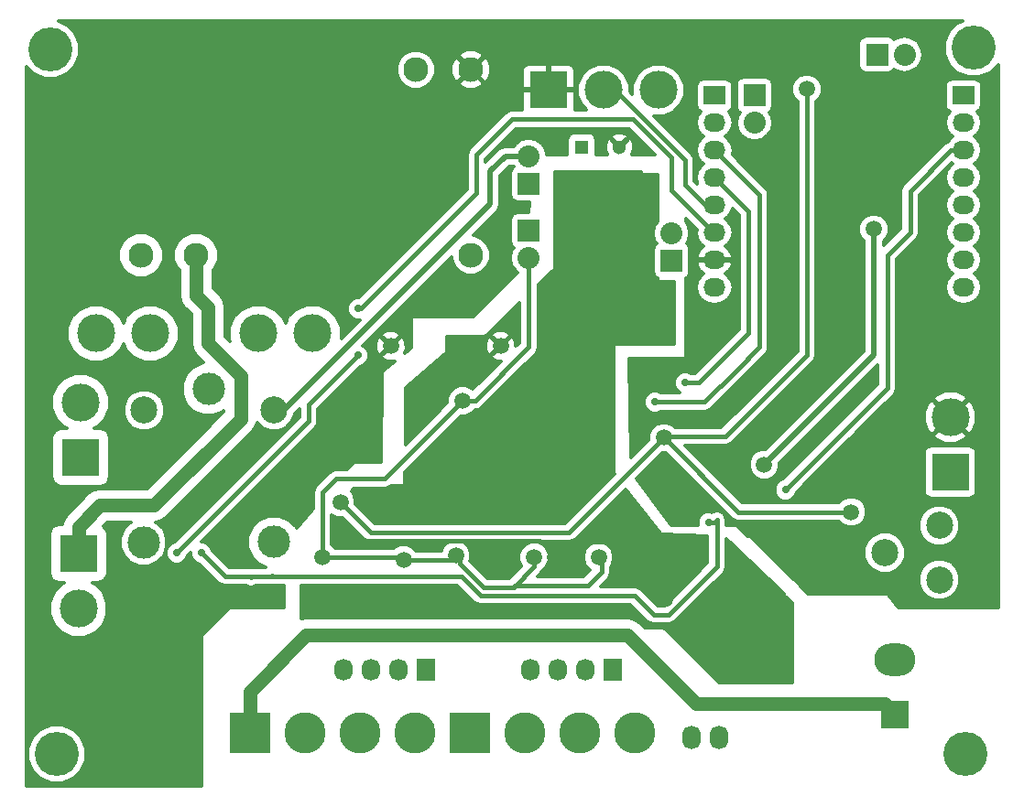
<source format=gbr>
%TF.GenerationSoftware,KiCad,Pcbnew,4.0.2+dfsg1-stable*%
%TF.CreationDate,2019-03-06T22:27:55+01:00*%
%TF.ProjectId,v2,76322E6B696361645F70636200000000,rev?*%
%TF.FileFunction,Copper,L2,Bot,Signal*%
%FSLAX46Y46*%
G04 Gerber Fmt 4.6, Leading zero omitted, Abs format (unit mm)*
G04 Created by KiCad (PCBNEW 4.0.2+dfsg1-stable) date śro, 6 mar 2019, 22:27:55*
%MOMM*%
G01*
G04 APERTURE LIST*
%ADD10C,0.100000*%
%ADD11R,3.500000X3.500000*%
%ADD12C,3.500000*%
%ADD13O,2.032000X1.727200*%
%ADD14R,2.032000X1.727200*%
%ADD15C,2.300000*%
%ADD16O,1.700000X2.200000*%
%ADD17O,1.720000X2.200000*%
%ADD18C,1.500000*%
%ADD19R,2.032000X2.032000*%
%ADD20O,2.032000X2.032000*%
%ADD21R,2.540000X2.540000*%
%ADD22O,3.800000X3.000000*%
%ADD23C,3.810000*%
%ADD24R,3.810000X3.810000*%
%ADD25C,2.500000*%
%ADD26C,3.000000*%
%ADD27C,2.499360*%
%ADD28R,1.727200X2.032000*%
%ADD29O,1.727200X2.032000*%
%ADD30C,4.064000*%
%ADD31C,1.300000*%
%ADD32R,1.300000X1.300000*%
%ADD33C,0.700000*%
%ADD34C,0.406400*%
%ADD35C,0.381000*%
%ADD36C,0.508000*%
%ADD37C,1.270000*%
%ADD38C,1.300000*%
%ADD39C,0.350000*%
G04 APERTURE END LIST*
D10*
D11*
X48450500Y-6540500D03*
D12*
X53530500Y-6540500D03*
X58610500Y-6540500D03*
D13*
X63811000Y-24844500D03*
X63811000Y-22304500D03*
X63811000Y-19764500D03*
X63811000Y-17224500D03*
X63811000Y-14684500D03*
X63811000Y-12144500D03*
X63811000Y-9604500D03*
D14*
X63811000Y-7064500D03*
X86811000Y-7064500D03*
D13*
X86811000Y-9604500D03*
X86811000Y-12144500D03*
X86811000Y-14684500D03*
X86811000Y-17224500D03*
X86811000Y-19764500D03*
X86811000Y-22304500D03*
X86811000Y-24844500D03*
D15*
X41275000Y-21844000D03*
X10795000Y-21844000D03*
X15875000Y-21844000D03*
X41275000Y-4664000D03*
X36195000Y-4664000D03*
D16*
X64250000Y-66500000D03*
D17*
X61710000Y-66500000D03*
D11*
X5200000Y-40540000D03*
D12*
X5200000Y-35460000D03*
D11*
X5000000Y-49460000D03*
D12*
X5000000Y-54540000D03*
X21638260Y-29083000D03*
X26636980Y-29083000D03*
X11635740Y-29083000D03*
X6637020Y-29083000D03*
D18*
X33860740Y-30226000D03*
X44020740Y-30226000D03*
D19*
X67500500Y-7048500D03*
D20*
X67500500Y-9588500D03*
D21*
X80500000Y-64340000D03*
D22*
X80500000Y-59260000D03*
D23*
X46228000Y-66040000D03*
X51308000Y-66040000D03*
D24*
X41148000Y-66040000D03*
D23*
X56388000Y-66040000D03*
D11*
X85598000Y-41910000D03*
D12*
X85598000Y-36830000D03*
D19*
X78820000Y-3270000D03*
D20*
X81360000Y-3270000D03*
D25*
X23068000Y-36176500D03*
D26*
X23068000Y-48376500D03*
X11018000Y-48426500D03*
D25*
X11068000Y-36176500D03*
D26*
X17018000Y-34226500D03*
D27*
X79542640Y-49362360D03*
X84582000Y-51861720D03*
X84582000Y-46863000D03*
D19*
X46620000Y-15220000D03*
D20*
X46620000Y-12680000D03*
D19*
X59817000Y-22352000D03*
D20*
X59817000Y-19812000D03*
D19*
X46620000Y-19570000D03*
D20*
X46620000Y-22110000D03*
D23*
X25908000Y-66040000D03*
X30988000Y-66040000D03*
D24*
X20828000Y-66040000D03*
D23*
X36068000Y-66040000D03*
D28*
X54356000Y-60198000D03*
D29*
X51816000Y-60198000D03*
X49276000Y-60198000D03*
X46736000Y-60198000D03*
D28*
X37084000Y-60198000D03*
D29*
X34544000Y-60198000D03*
X32004000Y-60198000D03*
X29464000Y-60198000D03*
D30*
X87000000Y-68000000D03*
X3000000Y-68000000D03*
X2413000Y-2794000D03*
X87757000Y-2667000D03*
D31*
X55020000Y-11820000D03*
D32*
X51520000Y-11820000D03*
D18*
X59304000Y-44320000D03*
X79920000Y-45495000D03*
X74420000Y-25270000D03*
X72820000Y-33970000D03*
X78520000Y-19420000D03*
X68389500Y-41211500D03*
X60706000Y-56388000D03*
X36830000Y-41910000D03*
X59182000Y-53721000D03*
X49050000Y-49800000D03*
X42545000Y-49911000D03*
X29718000Y-47498000D03*
X72326500Y-6477000D03*
X29210000Y-44704000D03*
X59118500Y-38735000D03*
X76431500Y-45600000D03*
X40513000Y-35306000D03*
X53086000Y-49784000D03*
X39878000Y-49657000D03*
X47117000Y-49784000D03*
X27559000Y-49784000D03*
X35052000Y-50038000D03*
D33*
X14092000Y-49400000D03*
X30856000Y-31112000D03*
X30856000Y-26794000D03*
X16378000Y-49400000D03*
X63246000Y-46609000D03*
X70358000Y-43561000D03*
X58288000Y-35430000D03*
X61082000Y-33652000D03*
D34*
X60828000Y-44370000D02*
X59354000Y-44370000D01*
X59354000Y-44370000D02*
X59304000Y-44320000D01*
X66827000Y-47727000D02*
X76813000Y-47727000D01*
X76813000Y-47727000D02*
X78620000Y-45920000D01*
X79920000Y-45495000D02*
X78995000Y-45495000D01*
X78995000Y-45495000D02*
X78620000Y-45870000D01*
X78620000Y-45870000D02*
X78620000Y-45920000D01*
D35*
X74420000Y-25270000D02*
X73970000Y-25720000D01*
X73970000Y-25720000D02*
X73970000Y-32820000D01*
X73970000Y-32820000D02*
X72820000Y-33970000D01*
X60828000Y-44370000D02*
X63470000Y-44370000D01*
X63470000Y-44370000D02*
X66827000Y-47727000D01*
X85302800Y-36534800D02*
X85598000Y-36830000D01*
D36*
X23068000Y-36176500D02*
X24013500Y-36176500D01*
X24013500Y-36176500D02*
X43048000Y-17142000D01*
X44462000Y-12680000D02*
X46620000Y-12680000D01*
X43048000Y-14094000D02*
X44462000Y-12680000D01*
X43048000Y-17142000D02*
X43048000Y-14094000D01*
D35*
X78520000Y-19420000D02*
X78486000Y-19420000D01*
X78486000Y-19420000D02*
X78520000Y-19420000D01*
X78520000Y-19420000D02*
X78486000Y-19420000D01*
D36*
X78486000Y-31115000D02*
X78486000Y-19420000D01*
X68389500Y-41211500D02*
X78486000Y-31115000D01*
D35*
X45889600Y-12680000D02*
X46620000Y-12680000D01*
X49050000Y-49800000D02*
X49050000Y-49546000D01*
X59182000Y-52705000D02*
X59182000Y-53721000D01*
X54864000Y-48387000D02*
X59182000Y-52705000D01*
X50546000Y-48387000D02*
X54864000Y-48387000D01*
X49050000Y-49546000D02*
X50546000Y-48387000D01*
X47625000Y-48260000D02*
X40894000Y-48260000D01*
X48923000Y-49165000D02*
X47625000Y-48260000D01*
X48923000Y-49673000D02*
X48923000Y-49165000D01*
X49050000Y-49800000D02*
X48923000Y-49673000D01*
X42545000Y-49911000D02*
X40894000Y-48260000D01*
X40894000Y-48260000D02*
X30480000Y-48260000D01*
X30480000Y-48260000D02*
X29718000Y-47498000D01*
X72326500Y-31051500D02*
X72326500Y-6477000D01*
X64770000Y-38608000D02*
X72326500Y-31051500D01*
X59245500Y-38608000D02*
X64770000Y-38608000D01*
X59118500Y-38735000D02*
X59245500Y-38608000D01*
X76431500Y-45600000D02*
X65983500Y-45600000D01*
X65983500Y-45600000D02*
X59118500Y-38735000D01*
X29210000Y-44704000D02*
X32004000Y-47498000D01*
X32004000Y-47498000D02*
X50355500Y-47498000D01*
X50355500Y-47498000D02*
X59118500Y-38735000D01*
D34*
X35052000Y-50038000D02*
X39497000Y-50038000D01*
X39497000Y-50038000D02*
X39878000Y-49657000D01*
X40513000Y-35306000D02*
X41648000Y-35306000D01*
X46620000Y-30334000D02*
X46620000Y-22110000D01*
X41648000Y-35306000D02*
X46620000Y-30334000D01*
X28829000Y-42545000D02*
X27559000Y-43815000D01*
X33274000Y-42545000D02*
X28829000Y-42545000D01*
X40513000Y-35306000D02*
X33274000Y-42545000D01*
D35*
X27559000Y-49784000D02*
X27559000Y-43815000D01*
X45339000Y-52451000D02*
X45212000Y-52578000D01*
X52070000Y-52451000D02*
X45339000Y-52451000D01*
X53340000Y-51181000D02*
X52070000Y-52451000D01*
X53340000Y-50038000D02*
X53340000Y-51181000D01*
X53086000Y-49784000D02*
X53340000Y-50038000D01*
X47117000Y-50673000D02*
X47117000Y-49784000D01*
X45212000Y-52578000D02*
X47117000Y-50673000D01*
X42418000Y-52578000D02*
X45212000Y-52578000D01*
X39878000Y-49657000D02*
X40259000Y-50038000D01*
X40259000Y-50038000D02*
X40259000Y-50419000D01*
X40259000Y-50419000D02*
X42418000Y-52578000D01*
X34798000Y-49784000D02*
X27559000Y-49784000D01*
X35052000Y-50038000D02*
X34798000Y-49784000D01*
X53530500Y-6540500D02*
X54544500Y-6540500D01*
X54544500Y-6540500D02*
X61082000Y-13078000D01*
X61082000Y-15364000D02*
X62942500Y-17224500D01*
X61082000Y-13078000D02*
X61082000Y-15364000D01*
X62942500Y-17224500D02*
X63811000Y-17224500D01*
X53530500Y-6540500D02*
X54036500Y-6540500D01*
D37*
X5000000Y-49460000D02*
X5000000Y-47000000D01*
X5000000Y-47000000D02*
X7000000Y-45000000D01*
X15875000Y-21844000D02*
X15875000Y-25529000D01*
X15875000Y-25529000D02*
X17000000Y-26654000D01*
X19000000Y-32000000D02*
X17000000Y-30000000D01*
X17000000Y-30000000D02*
X17000000Y-26654000D01*
X20000000Y-36000000D02*
X20000000Y-33000000D01*
X12000000Y-45000000D02*
X20000000Y-37000000D01*
X20000000Y-37000000D02*
X20000000Y-36000000D01*
X7000000Y-45000000D02*
X12000000Y-45000000D01*
X20000000Y-33000000D02*
X19000000Y-32000000D01*
X20000000Y-33000000D02*
X19000000Y-32000000D01*
D35*
X63811000Y-19764500D02*
X63704500Y-19764500D01*
X63704500Y-19764500D02*
X59812000Y-15872000D01*
X26284000Y-37208000D02*
X14092000Y-49400000D01*
X26284000Y-35684000D02*
X26284000Y-37208000D01*
X30856000Y-31112000D02*
X26284000Y-35684000D01*
X31110000Y-26794000D02*
X30856000Y-26794000D01*
X41778000Y-16126000D02*
X31110000Y-26794000D01*
X41778000Y-12570000D02*
X41778000Y-16126000D01*
X45080000Y-9268000D02*
X41778000Y-12570000D01*
X56256000Y-9268000D02*
X45080000Y-9268000D01*
X59812000Y-12824000D02*
X56256000Y-9268000D01*
X59812000Y-15872000D02*
X59812000Y-12824000D01*
X20950000Y-51686000D02*
X20950000Y-51562000D01*
X20826000Y-51562000D02*
X20950000Y-51686000D01*
X18540000Y-51562000D02*
X20826000Y-51562000D01*
X16378000Y-49400000D02*
X18540000Y-51562000D01*
X22923500Y-51498500D02*
X22923500Y-51562000D01*
X22860000Y-51562000D02*
X22923500Y-51498500D01*
X20950000Y-51562000D02*
X22860000Y-51562000D01*
X25273000Y-51562000D02*
X22923500Y-51562000D01*
X25273000Y-51562000D02*
X40386000Y-51562000D01*
X40386000Y-51562000D02*
X42164000Y-53340000D01*
X42164000Y-53340000D02*
X56388000Y-53340000D01*
X56388000Y-53340000D02*
X58166000Y-55118000D01*
X58166000Y-55118000D02*
X59563000Y-55118000D01*
X59563000Y-55118000D02*
X64008000Y-50673000D01*
X64008000Y-50673000D02*
X64008000Y-46355000D01*
X64008000Y-46355000D02*
X63754000Y-46609000D01*
X63754000Y-46609000D02*
X63246000Y-46609000D01*
X86811000Y-12144500D02*
X85637500Y-12144500D01*
X85637500Y-12144500D02*
X81870000Y-15912000D01*
X79756000Y-24420000D02*
X79756000Y-21834000D01*
X79756000Y-34163000D02*
X70358000Y-43561000D01*
X79756000Y-24420000D02*
X79756000Y-34163000D01*
X79756000Y-21834000D02*
X81870000Y-19720000D01*
X81870000Y-19720000D02*
X81870000Y-15912000D01*
X70358000Y-43561000D02*
X71247000Y-42672000D01*
X65781000Y-32509000D02*
X67940000Y-30350000D01*
X67940000Y-16273500D02*
X63811000Y-12144500D01*
X67940000Y-30350000D02*
X67940000Y-16273500D01*
X58288000Y-35430000D02*
X62860000Y-35430000D01*
X62860000Y-35430000D02*
X65781000Y-32509000D01*
X63196500Y-12144500D02*
X63811000Y-12144500D01*
X61082000Y-33652000D02*
X62352000Y-33652000D01*
X66924000Y-17797500D02*
X63811000Y-14684500D01*
X66924000Y-29080000D02*
X66924000Y-17797500D01*
X62352000Y-33652000D02*
X66924000Y-29080000D01*
X11505600Y-36679600D02*
X10986000Y-36160000D01*
D38*
X20828000Y-66040000D02*
X20828000Y-62222000D01*
X62098000Y-63370000D02*
X79530000Y-63370000D01*
X55748000Y-57020000D02*
X62098000Y-63370000D01*
X26030000Y-57020000D02*
X55748000Y-57020000D01*
X20828000Y-62222000D02*
X26030000Y-57020000D01*
X79530000Y-63370000D02*
X80500000Y-64340000D01*
D39*
G36*
X86225611Y-370779D02*
X85463455Y-1131606D01*
X85050471Y-2126182D01*
X85049531Y-3203093D01*
X85460779Y-4198389D01*
X86221606Y-4960545D01*
X87216182Y-5373529D01*
X88293093Y-5374469D01*
X89288389Y-4963221D01*
X89995000Y-4257842D01*
X89995000Y-54434815D01*
X80787625Y-54425092D01*
X79896053Y-53235071D01*
X79844196Y-53188849D01*
X79756000Y-53165000D01*
X72462488Y-53165000D01*
X71540371Y-52242883D01*
X82656986Y-52242883D01*
X82949384Y-52950539D01*
X83490333Y-53492433D01*
X84197478Y-53786065D01*
X84963163Y-53786734D01*
X85670819Y-53494336D01*
X86212713Y-52953387D01*
X86506345Y-52246242D01*
X86507014Y-51480557D01*
X86214616Y-50772901D01*
X85673667Y-50231007D01*
X84966522Y-49937375D01*
X84200837Y-49936706D01*
X83493181Y-50229104D01*
X82951287Y-50770053D01*
X82657655Y-51477198D01*
X82656986Y-52242883D01*
X71540371Y-52242883D01*
X69041011Y-49743523D01*
X77617626Y-49743523D01*
X77910024Y-50451179D01*
X78450973Y-50993073D01*
X79158118Y-51286705D01*
X79923803Y-51287374D01*
X80631459Y-50994976D01*
X81173353Y-50454027D01*
X81466985Y-49746882D01*
X81467654Y-48981197D01*
X81175256Y-48273541D01*
X80634307Y-47731647D01*
X79927162Y-47438015D01*
X79161477Y-47437346D01*
X78453821Y-47729744D01*
X77911927Y-48270693D01*
X77618295Y-48977838D01*
X77617626Y-49743523D01*
X69041011Y-49743523D01*
X66541651Y-47244163D01*
X82656986Y-47244163D01*
X82949384Y-47951819D01*
X83490333Y-48493713D01*
X84197478Y-48787345D01*
X84963163Y-48788014D01*
X85670819Y-48495616D01*
X86212713Y-47954667D01*
X86506345Y-47247522D01*
X86507014Y-46481837D01*
X86214616Y-45774181D01*
X85673667Y-45232287D01*
X84966522Y-44938655D01*
X84200837Y-44937986D01*
X83493181Y-45230384D01*
X82951287Y-45771333D01*
X82657655Y-46478478D01*
X82656986Y-47244163D01*
X66541651Y-47244163D01*
X66163744Y-46866256D01*
X66105851Y-46827862D01*
X66040000Y-46815000D01*
X64873500Y-46815000D01*
X64873500Y-46355000D01*
X64807618Y-46023787D01*
X64620001Y-45742999D01*
X64339213Y-45555382D01*
X64008000Y-45489500D01*
X63676787Y-45555382D01*
X63563587Y-45631020D01*
X63450780Y-45584178D01*
X63043009Y-45583822D01*
X62666143Y-45739541D01*
X62377554Y-46027626D01*
X62221178Y-46404220D01*
X62220822Y-46811991D01*
X62222065Y-46815000D01*
X59777500Y-46815000D01*
X56556787Y-42520715D01*
X58917677Y-40159825D01*
X59319673Y-40160175D01*
X65371499Y-46212001D01*
X65652287Y-46399618D01*
X65983500Y-46465500D01*
X75281994Y-46465500D01*
X75623249Y-46807351D01*
X76146807Y-47024752D01*
X76713706Y-47025246D01*
X77237643Y-46808760D01*
X77638851Y-46408251D01*
X77856252Y-45884693D01*
X77856746Y-45317794D01*
X77640260Y-44793857D01*
X77239751Y-44392649D01*
X76716193Y-44175248D01*
X76149294Y-44174754D01*
X75625357Y-44391240D01*
X75281498Y-44734500D01*
X66342002Y-44734500D01*
X63101208Y-41493706D01*
X66964254Y-41493706D01*
X67180740Y-42017643D01*
X67581249Y-42418851D01*
X68104807Y-42636252D01*
X68671706Y-42636746D01*
X69195643Y-42420260D01*
X69596851Y-42019751D01*
X69814252Y-41496193D01*
X69814597Y-41100207D01*
X78890500Y-32024304D01*
X78890500Y-33804498D01*
X70159172Y-42535826D01*
X70155009Y-42535822D01*
X69778143Y-42691541D01*
X69489554Y-42979626D01*
X69333178Y-43356220D01*
X69332822Y-43763991D01*
X69488541Y-44140857D01*
X69776626Y-44429446D01*
X70153220Y-44585822D01*
X70560991Y-44586178D01*
X70937857Y-44430459D01*
X71226446Y-44142374D01*
X71382822Y-43765780D01*
X71382827Y-43760175D01*
X74983002Y-40160000D01*
X83159776Y-40160000D01*
X83159776Y-43660000D01*
X83206843Y-43910140D01*
X83354676Y-44139879D01*
X83580242Y-44294002D01*
X83848000Y-44348224D01*
X87348000Y-44348224D01*
X87598140Y-44301157D01*
X87827879Y-44153324D01*
X87982002Y-43927758D01*
X88036224Y-43660000D01*
X88036224Y-40160000D01*
X87989157Y-39909860D01*
X87841324Y-39680121D01*
X87615758Y-39525998D01*
X87348000Y-39471776D01*
X83848000Y-39471776D01*
X83597860Y-39518843D01*
X83368121Y-39666676D01*
X83213998Y-39892242D01*
X83159776Y-40160000D01*
X74983002Y-40160000D01*
X76624739Y-38518263D01*
X84021460Y-38518263D01*
X84204553Y-38882317D01*
X85096011Y-39259343D01*
X86063891Y-39266523D01*
X86960845Y-38902765D01*
X86991447Y-38882317D01*
X87174540Y-38518263D01*
X85598000Y-36941723D01*
X84021460Y-38518263D01*
X76624739Y-38518263D01*
X77847111Y-37295891D01*
X83161477Y-37295891D01*
X83525235Y-38192845D01*
X83545683Y-38223447D01*
X83909737Y-38406540D01*
X85486277Y-36830000D01*
X85709723Y-36830000D01*
X87286263Y-38406540D01*
X87650317Y-38223447D01*
X88027343Y-37331989D01*
X88034523Y-36364109D01*
X87670765Y-35467155D01*
X87650317Y-35436553D01*
X87286263Y-35253460D01*
X85709723Y-36830000D01*
X85486277Y-36830000D01*
X83909737Y-35253460D01*
X83545683Y-35436553D01*
X83168657Y-36328011D01*
X83161477Y-37295891D01*
X77847111Y-37295891D01*
X80001265Y-35141737D01*
X84021460Y-35141737D01*
X85598000Y-36718277D01*
X87174540Y-35141737D01*
X86991447Y-34777683D01*
X86099989Y-34400657D01*
X85132109Y-34393477D01*
X84235155Y-34757235D01*
X84204553Y-34777683D01*
X84021460Y-35141737D01*
X80001265Y-35141737D01*
X80368001Y-34775001D01*
X80379872Y-34757235D01*
X80555618Y-34494213D01*
X80621500Y-34163000D01*
X80621500Y-22192502D01*
X82482001Y-20332001D01*
X82669618Y-20051213D01*
X82735500Y-19720000D01*
X82735500Y-16270502D01*
X85679007Y-13326995D01*
X85809967Y-13414500D01*
X85537517Y-13596546D01*
X85203990Y-14095703D01*
X85086871Y-14684500D01*
X85203990Y-15273297D01*
X85537517Y-15772454D01*
X85809967Y-15954500D01*
X85537517Y-16136546D01*
X85203990Y-16635703D01*
X85086871Y-17224500D01*
X85203990Y-17813297D01*
X85537517Y-18312454D01*
X85809967Y-18494500D01*
X85537517Y-18676546D01*
X85203990Y-19175703D01*
X85086871Y-19764500D01*
X85203990Y-20353297D01*
X85537517Y-20852454D01*
X85809967Y-21034500D01*
X85537517Y-21216546D01*
X85203990Y-21715703D01*
X85086871Y-22304500D01*
X85203990Y-22893297D01*
X85537517Y-23392454D01*
X85809967Y-23574500D01*
X85537517Y-23756546D01*
X85203990Y-24255703D01*
X85086871Y-24844500D01*
X85203990Y-25433297D01*
X85537517Y-25932454D01*
X86036674Y-26265981D01*
X86625471Y-26383100D01*
X86996529Y-26383100D01*
X87585326Y-26265981D01*
X88084483Y-25932454D01*
X88418010Y-25433297D01*
X88535129Y-24844500D01*
X88418010Y-24255703D01*
X88084483Y-23756546D01*
X87812033Y-23574500D01*
X88084483Y-23392454D01*
X88418010Y-22893297D01*
X88535129Y-22304500D01*
X88418010Y-21715703D01*
X88084483Y-21216546D01*
X87812033Y-21034500D01*
X88084483Y-20852454D01*
X88418010Y-20353297D01*
X88535129Y-19764500D01*
X88418010Y-19175703D01*
X88084483Y-18676546D01*
X87812033Y-18494500D01*
X88084483Y-18312454D01*
X88418010Y-17813297D01*
X88535129Y-17224500D01*
X88418010Y-16635703D01*
X88084483Y-16136546D01*
X87812033Y-15954500D01*
X88084483Y-15772454D01*
X88418010Y-15273297D01*
X88535129Y-14684500D01*
X88418010Y-14095703D01*
X88084483Y-13596546D01*
X87812033Y-13414500D01*
X88084483Y-13232454D01*
X88418010Y-12733297D01*
X88535129Y-12144500D01*
X88418010Y-11555703D01*
X88084483Y-11056546D01*
X87812033Y-10874500D01*
X88084483Y-10692454D01*
X88418010Y-10193297D01*
X88535129Y-9604500D01*
X88418010Y-9015703D01*
X88106905Y-8550103D01*
X88306879Y-8421424D01*
X88461002Y-8195858D01*
X88515224Y-7928100D01*
X88515224Y-6200900D01*
X88468157Y-5950760D01*
X88320324Y-5721021D01*
X88094758Y-5566898D01*
X87827000Y-5512676D01*
X85795000Y-5512676D01*
X85544860Y-5559743D01*
X85315121Y-5707576D01*
X85160998Y-5933142D01*
X85106776Y-6200900D01*
X85106776Y-7928100D01*
X85153843Y-8178240D01*
X85301676Y-8407979D01*
X85513398Y-8552643D01*
X85203990Y-9015703D01*
X85086871Y-9604500D01*
X85203990Y-10193297D01*
X85537517Y-10692454D01*
X85809967Y-10874500D01*
X85537517Y-11056546D01*
X85350769Y-11336033D01*
X85306288Y-11344881D01*
X85025499Y-11532499D01*
X81257999Y-15299999D01*
X81070382Y-15580787D01*
X81004500Y-15912000D01*
X81004500Y-19361498D01*
X79415000Y-20950998D01*
X79415000Y-20540058D01*
X79727351Y-20228251D01*
X79944752Y-19704693D01*
X79945246Y-19137794D01*
X79728760Y-18613857D01*
X79328251Y-18212649D01*
X78804693Y-17995248D01*
X78237794Y-17994754D01*
X77713857Y-18211240D01*
X77312649Y-18611749D01*
X77095248Y-19135307D01*
X77094754Y-19702206D01*
X77311240Y-20226143D01*
X77557000Y-20472332D01*
X77557000Y-30730196D01*
X68500599Y-39786597D01*
X68107294Y-39786254D01*
X67583357Y-40002740D01*
X67182149Y-40403249D01*
X66964748Y-40926807D01*
X66964254Y-41493706D01*
X63101208Y-41493706D01*
X61081002Y-39473500D01*
X64770000Y-39473500D01*
X65101213Y-39407618D01*
X65382001Y-39220001D01*
X72938501Y-31663501D01*
X73015903Y-31547661D01*
X73126118Y-31382713D01*
X73192000Y-31051500D01*
X73192000Y-7626506D01*
X73533851Y-7285251D01*
X73751252Y-6761693D01*
X73751746Y-6194794D01*
X73535260Y-5670857D01*
X73134751Y-5269649D01*
X72611193Y-5052248D01*
X72044294Y-5051754D01*
X71520357Y-5268240D01*
X71119149Y-5668749D01*
X70901748Y-6192307D01*
X70901254Y-6759206D01*
X71117740Y-7283143D01*
X71461000Y-7627002D01*
X71461000Y-30692998D01*
X64411498Y-37742500D01*
X60141228Y-37742500D01*
X59926751Y-37527649D01*
X59403193Y-37310248D01*
X58836294Y-37309754D01*
X58312357Y-37526240D01*
X57911149Y-37926749D01*
X57693748Y-38450307D01*
X57693325Y-38936173D01*
X56038922Y-40590576D01*
X55927147Y-31425000D01*
X61000000Y-31425000D01*
X61068085Y-31411212D01*
X61125441Y-31372022D01*
X61163032Y-31313605D01*
X61174999Y-31249480D01*
X61155979Y-24844500D01*
X62086871Y-24844500D01*
X62203990Y-25433297D01*
X62537517Y-25932454D01*
X63036674Y-26265981D01*
X63625471Y-26383100D01*
X63996529Y-26383100D01*
X64585326Y-26265981D01*
X65084483Y-25932454D01*
X65418010Y-25433297D01*
X65535129Y-24844500D01*
X65418010Y-24255703D01*
X65084483Y-23756546D01*
X64813901Y-23575748D01*
X65172993Y-23274048D01*
X65451948Y-22737354D01*
X65476606Y-22624153D01*
X65336980Y-22383500D01*
X63890000Y-22383500D01*
X63890000Y-22403500D01*
X63732000Y-22403500D01*
X63732000Y-22383500D01*
X62285020Y-22383500D01*
X62145394Y-22624153D01*
X62170052Y-22737354D01*
X62449007Y-23274048D01*
X62808099Y-23575748D01*
X62537517Y-23756546D01*
X62203990Y-24255703D01*
X62086871Y-24844500D01*
X61155979Y-24844500D01*
X61153364Y-23963969D01*
X61312879Y-23861324D01*
X61467002Y-23635758D01*
X61521224Y-23368000D01*
X61521224Y-21336000D01*
X61474157Y-21085860D01*
X61326324Y-20856121D01*
X61203305Y-20772065D01*
X61412409Y-20459118D01*
X61541129Y-19812000D01*
X61412409Y-19164882D01*
X61137893Y-18754039D01*
X61136904Y-18420906D01*
X62152178Y-19436180D01*
X62086871Y-19764500D01*
X62203990Y-20353297D01*
X62537517Y-20852454D01*
X62808099Y-21033252D01*
X62449007Y-21334952D01*
X62170052Y-21871646D01*
X62145394Y-21984847D01*
X62285020Y-22225500D01*
X63732000Y-22225500D01*
X63732000Y-22205500D01*
X63890000Y-22205500D01*
X63890000Y-22225500D01*
X65336980Y-22225500D01*
X65476606Y-21984847D01*
X65451948Y-21871646D01*
X65172993Y-21334952D01*
X64813901Y-21033252D01*
X65084483Y-20852454D01*
X65418010Y-20353297D01*
X65535129Y-19764500D01*
X65418010Y-19175703D01*
X65084483Y-18676546D01*
X64812033Y-18494500D01*
X65084483Y-18312454D01*
X65418010Y-17813297D01*
X65467416Y-17564918D01*
X66058500Y-18156002D01*
X66058500Y-28721498D01*
X61993498Y-32786500D01*
X61666315Y-32786500D01*
X61663374Y-32783554D01*
X61286780Y-32627178D01*
X60879009Y-32626822D01*
X60502143Y-32782541D01*
X60213554Y-33070626D01*
X60057178Y-33447220D01*
X60056822Y-33854991D01*
X60212541Y-34231857D01*
X60500626Y-34520446D01*
X60606719Y-34564500D01*
X58872315Y-34564500D01*
X58869374Y-34561554D01*
X58492780Y-34405178D01*
X58085009Y-34404822D01*
X57708143Y-34560541D01*
X57419554Y-34848626D01*
X57263178Y-35225220D01*
X57262822Y-35632991D01*
X57418541Y-36009857D01*
X57706626Y-36298446D01*
X58083220Y-36454822D01*
X58490991Y-36455178D01*
X58867857Y-36299459D01*
X58871823Y-36295500D01*
X62860000Y-36295500D01*
X63191213Y-36229618D01*
X63472001Y-36042001D01*
X68552001Y-30962001D01*
X68587409Y-30909009D01*
X68739618Y-30681213D01*
X68805500Y-30350000D01*
X68805500Y-16273500D01*
X68739618Y-15942287D01*
X68552001Y-15661499D01*
X65452153Y-12561651D01*
X65535129Y-12144500D01*
X65418010Y-11555703D01*
X65084483Y-11056546D01*
X64812033Y-10874500D01*
X65084483Y-10692454D01*
X65418010Y-10193297D01*
X65535129Y-9604500D01*
X65531947Y-9588500D01*
X65776371Y-9588500D01*
X65905091Y-10235618D01*
X66271653Y-10784218D01*
X66820253Y-11150780D01*
X67467371Y-11279500D01*
X67533629Y-11279500D01*
X68180747Y-11150780D01*
X68729347Y-10784218D01*
X69095909Y-10235618D01*
X69224629Y-9588500D01*
X69095909Y-8941382D01*
X68886757Y-8628364D01*
X68996379Y-8557824D01*
X69150502Y-8332258D01*
X69204724Y-8064500D01*
X69204724Y-6032500D01*
X69157657Y-5782360D01*
X69009824Y-5552621D01*
X68784258Y-5398498D01*
X68516500Y-5344276D01*
X66484500Y-5344276D01*
X66234360Y-5391343D01*
X66004621Y-5539176D01*
X65850498Y-5764742D01*
X65796276Y-6032500D01*
X65796276Y-8064500D01*
X65843343Y-8314640D01*
X65991176Y-8544379D01*
X66114195Y-8628435D01*
X65905091Y-8941382D01*
X65776371Y-9588500D01*
X65531947Y-9588500D01*
X65418010Y-9015703D01*
X65106905Y-8550103D01*
X65306879Y-8421424D01*
X65461002Y-8195858D01*
X65515224Y-7928100D01*
X65515224Y-6200900D01*
X65468157Y-5950760D01*
X65320324Y-5721021D01*
X65094758Y-5566898D01*
X64827000Y-5512676D01*
X62795000Y-5512676D01*
X62544860Y-5559743D01*
X62315121Y-5707576D01*
X62160998Y-5933142D01*
X62106776Y-6200900D01*
X62106776Y-7928100D01*
X62153843Y-8178240D01*
X62301676Y-8407979D01*
X62513398Y-8552643D01*
X62203990Y-9015703D01*
X62086871Y-9604500D01*
X62203990Y-10193297D01*
X62537517Y-10692454D01*
X62809967Y-10874500D01*
X62537517Y-11056546D01*
X62203990Y-11555703D01*
X62086871Y-12144500D01*
X62203990Y-12733297D01*
X62537517Y-13232454D01*
X62809967Y-13414500D01*
X62537517Y-13596546D01*
X62203990Y-14095703D01*
X62086871Y-14684500D01*
X62201182Y-15259180D01*
X61947500Y-15005498D01*
X61947500Y-13078000D01*
X61881618Y-12746787D01*
X61694001Y-12465999D01*
X58193140Y-8965138D01*
X59090746Y-8965920D01*
X59982358Y-8597514D01*
X60665117Y-7915946D01*
X61035079Y-7024979D01*
X61035920Y-6060254D01*
X60667514Y-5168642D01*
X59985946Y-4485883D01*
X59094979Y-4115921D01*
X58130254Y-4115080D01*
X57238642Y-4483486D01*
X56555883Y-5165054D01*
X56185921Y-6056021D01*
X56185135Y-6957133D01*
X55955338Y-6727336D01*
X55955920Y-6060254D01*
X55587514Y-5168642D01*
X54905946Y-4485883D01*
X54014979Y-4115921D01*
X53050254Y-4115080D01*
X52158642Y-4483486D01*
X51475883Y-5165054D01*
X51105921Y-6056021D01*
X51105080Y-7020746D01*
X51473486Y-7912358D01*
X51962773Y-8402500D01*
X50883500Y-8402500D01*
X50883500Y-6790250D01*
X50712750Y-6619500D01*
X48529500Y-6619500D01*
X48529500Y-6639500D01*
X48371500Y-6639500D01*
X48371500Y-6619500D01*
X46188250Y-6619500D01*
X46017500Y-6790250D01*
X46017500Y-8402500D01*
X45080000Y-8402500D01*
X44748787Y-8468382D01*
X44559115Y-8595117D01*
X44467999Y-8655999D01*
X41165999Y-11957999D01*
X40978382Y-12238787D01*
X40912500Y-12570000D01*
X40912500Y-15767498D01*
X30910951Y-25769047D01*
X30653009Y-25768822D01*
X30276143Y-25924541D01*
X29987554Y-26212626D01*
X29831178Y-26589220D01*
X29830822Y-26996991D01*
X29986541Y-27373857D01*
X30274626Y-27662446D01*
X30651220Y-27818822D01*
X31057020Y-27819176D01*
X29323571Y-29552625D01*
X29324445Y-28550868D01*
X28916236Y-27562925D01*
X28161030Y-26806401D01*
X27173802Y-26396468D01*
X26104848Y-26395535D01*
X25116905Y-26803744D01*
X24360381Y-27558950D01*
X24137578Y-28095518D01*
X23917516Y-27562925D01*
X23162310Y-26806401D01*
X22175082Y-26396468D01*
X21106128Y-26395535D01*
X20118185Y-26803744D01*
X19361661Y-27558950D01*
X18951728Y-28546178D01*
X18950795Y-29615132D01*
X19030023Y-29806879D01*
X18572000Y-29348856D01*
X18572000Y-26654000D01*
X18452339Y-26052422D01*
X18111572Y-25542428D01*
X17447000Y-24877856D01*
X17447000Y-23223633D01*
X17643241Y-23027734D01*
X17961637Y-22260951D01*
X17962362Y-21430691D01*
X17645304Y-20663354D01*
X17058734Y-20075759D01*
X16291951Y-19757363D01*
X15461691Y-19756638D01*
X14694354Y-20073696D01*
X14106759Y-20660266D01*
X13788363Y-21427049D01*
X13787638Y-22257309D01*
X14104696Y-23024646D01*
X14303000Y-23223297D01*
X14303000Y-25529000D01*
X14422661Y-26130579D01*
X14763428Y-26640572D01*
X15428000Y-27305144D01*
X15428000Y-30000000D01*
X15547661Y-30601579D01*
X15888428Y-31111572D01*
X16565961Y-31789105D01*
X16535377Y-31789078D01*
X15639354Y-32159307D01*
X14953216Y-32844248D01*
X14581424Y-33739624D01*
X14580578Y-34709123D01*
X14950807Y-35605146D01*
X15635748Y-36291284D01*
X16531124Y-36663076D01*
X17500623Y-36663922D01*
X18396646Y-36293693D01*
X18428000Y-36262394D01*
X18428000Y-36348856D01*
X11348856Y-43428000D01*
X7000000Y-43428000D01*
X6398421Y-43547661D01*
X5888428Y-43888428D01*
X3888428Y-45888428D01*
X3547661Y-46398421D01*
X3501100Y-46632500D01*
X3476804Y-46754644D01*
X3250000Y-46754644D01*
X2902769Y-46819980D01*
X2583858Y-47025193D01*
X2369913Y-47338313D01*
X2294644Y-47710000D01*
X2294644Y-51210000D01*
X2359980Y-51557231D01*
X2565193Y-51876142D01*
X2878313Y-52090087D01*
X3250000Y-52165356D01*
X3710782Y-52165356D01*
X3479925Y-52260744D01*
X2723401Y-53015950D01*
X2313468Y-54003178D01*
X2312535Y-55072132D01*
X2720744Y-56060075D01*
X3475950Y-56816599D01*
X4463178Y-57226532D01*
X5532132Y-57227465D01*
X6520075Y-56819256D01*
X7276599Y-56064050D01*
X7686532Y-55076822D01*
X7687465Y-54007868D01*
X7279256Y-53019925D01*
X6524050Y-52263401D01*
X6287931Y-52165356D01*
X6750000Y-52165356D01*
X7097231Y-52100020D01*
X7416142Y-51894807D01*
X7630087Y-51581687D01*
X7705356Y-51210000D01*
X7705356Y-47710000D01*
X7640020Y-47362769D01*
X7434807Y-47043858D01*
X7283006Y-46940138D01*
X7651144Y-46572000D01*
X9810681Y-46572000D01*
X9787571Y-46581549D01*
X9175200Y-47192853D01*
X8843378Y-47991968D01*
X8842623Y-48857236D01*
X9173049Y-49656929D01*
X9784353Y-50269300D01*
X10583468Y-50601122D01*
X11448736Y-50601877D01*
X12248429Y-50271451D01*
X12860800Y-49660147D01*
X13192622Y-48861032D01*
X13193377Y-47995764D01*
X12862951Y-47196071D01*
X12251647Y-46583700D01*
X12151092Y-46541946D01*
X12601579Y-46452339D01*
X13111572Y-46111572D01*
X21111572Y-38111572D01*
X21306393Y-37820001D01*
X21452339Y-37601578D01*
X21505220Y-37335729D01*
X21976151Y-37807484D01*
X22683414Y-38101165D01*
X23449226Y-38101833D01*
X24157000Y-37809387D01*
X24698984Y-37268349D01*
X24992665Y-36561086D01*
X24992709Y-36511095D01*
X25418500Y-36085304D01*
X25418500Y-36849498D01*
X13893172Y-48374826D01*
X13889009Y-48374822D01*
X13512143Y-48530541D01*
X13223554Y-48818626D01*
X13067178Y-49195220D01*
X13066822Y-49602991D01*
X13222541Y-49979857D01*
X13510626Y-50268446D01*
X13887220Y-50424822D01*
X14294991Y-50425178D01*
X14671857Y-50269459D01*
X14960446Y-49981374D01*
X15116822Y-49604780D01*
X15116827Y-49599175D01*
X15353032Y-49362970D01*
X15352822Y-49602991D01*
X15508541Y-49979857D01*
X15796626Y-50268446D01*
X16173220Y-50424822D01*
X16178825Y-50424827D01*
X17927999Y-52174001D01*
X18208787Y-52361618D01*
X18540000Y-52427500D01*
X20531807Y-52427500D01*
X20618787Y-52485618D01*
X20950000Y-52551500D01*
X21281213Y-52485618D01*
X21368193Y-52427500D01*
X22860000Y-52427500D01*
X22891750Y-52421185D01*
X22923500Y-52427500D01*
X23962143Y-52427500D01*
X23955572Y-54435000D01*
X19050000Y-54435000D01*
X18981915Y-54448788D01*
X18926256Y-54486256D01*
X16386256Y-57026256D01*
X16347862Y-57084149D01*
X16335000Y-57150000D01*
X16335000Y-70945000D01*
X175000Y-70945000D01*
X175000Y-68536093D01*
X292531Y-68536093D01*
X703779Y-69531389D01*
X1464606Y-70293545D01*
X2459182Y-70706529D01*
X3536093Y-70707469D01*
X4531389Y-70296221D01*
X5293545Y-69535394D01*
X5706529Y-68540818D01*
X5707469Y-67463907D01*
X5296221Y-66468611D01*
X4535394Y-65706455D01*
X3540818Y-65293471D01*
X2463907Y-65292531D01*
X1468611Y-65703779D01*
X706455Y-66464606D01*
X293471Y-67459182D01*
X292531Y-68536093D01*
X175000Y-68536093D01*
X175000Y-38790000D01*
X2494644Y-38790000D01*
X2494644Y-42290000D01*
X2559980Y-42637231D01*
X2765193Y-42956142D01*
X3078313Y-43170087D01*
X3450000Y-43245356D01*
X6950000Y-43245356D01*
X7297231Y-43180020D01*
X7616142Y-42974807D01*
X7830087Y-42661687D01*
X7905356Y-42290000D01*
X7905356Y-38790000D01*
X7840020Y-38442769D01*
X7634807Y-38123858D01*
X7321687Y-37909913D01*
X6950000Y-37834644D01*
X6489218Y-37834644D01*
X6720075Y-37739256D01*
X7476599Y-36984050D01*
X7653624Y-36557726D01*
X9142667Y-36557726D01*
X9435113Y-37265500D01*
X9976151Y-37807484D01*
X10683414Y-38101165D01*
X11449226Y-38101833D01*
X12157000Y-37809387D01*
X12698984Y-37268349D01*
X12992665Y-36561086D01*
X12993333Y-35795274D01*
X12700887Y-35087500D01*
X12159849Y-34545516D01*
X11452586Y-34251835D01*
X10686774Y-34251167D01*
X9979000Y-34543613D01*
X9437016Y-35084651D01*
X9143335Y-35791914D01*
X9142667Y-36557726D01*
X7653624Y-36557726D01*
X7886532Y-35996822D01*
X7887465Y-34927868D01*
X7479256Y-33939925D01*
X6724050Y-33183401D01*
X5736822Y-32773468D01*
X4667868Y-32772535D01*
X3679925Y-33180744D01*
X2923401Y-33935950D01*
X2513468Y-34923178D01*
X2512535Y-35992132D01*
X2920744Y-36980075D01*
X3675950Y-37736599D01*
X3912069Y-37834644D01*
X3450000Y-37834644D01*
X3102769Y-37899980D01*
X2783858Y-38105193D01*
X2569913Y-38418313D01*
X2494644Y-38790000D01*
X175000Y-38790000D01*
X175000Y-29615132D01*
X3949555Y-29615132D01*
X4357764Y-30603075D01*
X5112970Y-31359599D01*
X6100198Y-31769532D01*
X7169152Y-31770465D01*
X8157095Y-31362256D01*
X8913619Y-30607050D01*
X9136422Y-30070482D01*
X9356484Y-30603075D01*
X10111690Y-31359599D01*
X11098918Y-31769532D01*
X12167872Y-31770465D01*
X13155815Y-31362256D01*
X13912339Y-30607050D01*
X14322272Y-29619822D01*
X14323205Y-28550868D01*
X13914996Y-27562925D01*
X13159790Y-26806401D01*
X12172562Y-26396468D01*
X11103608Y-26395535D01*
X10115665Y-26803744D01*
X9359141Y-27558950D01*
X9136338Y-28095518D01*
X8916276Y-27562925D01*
X8161070Y-26806401D01*
X7173842Y-26396468D01*
X6104888Y-26395535D01*
X5116945Y-26803744D01*
X4360421Y-27558950D01*
X3950488Y-28546178D01*
X3949555Y-29615132D01*
X175000Y-29615132D01*
X175000Y-22257309D01*
X8707638Y-22257309D01*
X9024696Y-23024646D01*
X9611266Y-23612241D01*
X10378049Y-23930637D01*
X11208309Y-23931362D01*
X11975646Y-23614304D01*
X12563241Y-23027734D01*
X12881637Y-22260951D01*
X12882362Y-21430691D01*
X12565304Y-20663354D01*
X11978734Y-20075759D01*
X11211951Y-19757363D01*
X10381691Y-19756638D01*
X9614354Y-20073696D01*
X9026759Y-20660266D01*
X8708363Y-21427049D01*
X8707638Y-22257309D01*
X175000Y-22257309D01*
X175000Y-4383712D01*
X877606Y-5087545D01*
X1872182Y-5500529D01*
X2949093Y-5501469D01*
X3944389Y-5090221D01*
X4009301Y-5025422D01*
X34369684Y-5025422D01*
X34646938Y-5696429D01*
X35159871Y-6210258D01*
X35830392Y-6488683D01*
X36556422Y-6489316D01*
X37227429Y-6212062D01*
X37520660Y-5919342D01*
X40131381Y-5919342D01*
X40241375Y-6221065D01*
X40915918Y-6498091D01*
X41645128Y-6495894D01*
X42308625Y-6221065D01*
X42418619Y-5919342D01*
X41275000Y-4775723D01*
X40131381Y-5919342D01*
X37520660Y-5919342D01*
X37741258Y-5699129D01*
X38019683Y-5028608D01*
X38020313Y-4304918D01*
X39440909Y-4304918D01*
X39443106Y-5034128D01*
X39717935Y-5697625D01*
X40019658Y-5807619D01*
X41163277Y-4664000D01*
X41386723Y-4664000D01*
X42530342Y-5807619D01*
X42832065Y-5697625D01*
X43109091Y-5023082D01*
X43107981Y-4654643D01*
X46017500Y-4654643D01*
X46017500Y-6290750D01*
X46188250Y-6461500D01*
X48371500Y-6461500D01*
X48371500Y-4278250D01*
X48529500Y-4278250D01*
X48529500Y-6461500D01*
X50712750Y-6461500D01*
X50883500Y-6290750D01*
X50883500Y-4654643D01*
X50779519Y-4403611D01*
X50587388Y-4211481D01*
X50336357Y-4107500D01*
X48700250Y-4107500D01*
X48529500Y-4278250D01*
X48371500Y-4278250D01*
X48200750Y-4107500D01*
X46564643Y-4107500D01*
X46313612Y-4211481D01*
X46121481Y-4403611D01*
X46017500Y-4654643D01*
X43107981Y-4654643D01*
X43106894Y-4293872D01*
X42832065Y-3630375D01*
X42530342Y-3520381D01*
X41386723Y-4664000D01*
X41163277Y-4664000D01*
X40019658Y-3520381D01*
X39717935Y-3630375D01*
X39440909Y-4304918D01*
X38020313Y-4304918D01*
X38020316Y-4302578D01*
X37743062Y-3631571D01*
X37520538Y-3408658D01*
X40131381Y-3408658D01*
X41275000Y-4552277D01*
X42418619Y-3408658D01*
X42308625Y-3106935D01*
X41634082Y-2829909D01*
X40904872Y-2832106D01*
X40241375Y-3106935D01*
X40131381Y-3408658D01*
X37520538Y-3408658D01*
X37230129Y-3117742D01*
X36559608Y-2839317D01*
X35833578Y-2838684D01*
X35162571Y-3115938D01*
X34648742Y-3628871D01*
X34370317Y-4299392D01*
X34369684Y-5025422D01*
X4009301Y-5025422D01*
X4706545Y-4329394D01*
X5119529Y-3334818D01*
X5120469Y-2257907D01*
X5118855Y-2254000D01*
X77115776Y-2254000D01*
X77115776Y-4286000D01*
X77162843Y-4536140D01*
X77310676Y-4765879D01*
X77536242Y-4920002D01*
X77804000Y-4974224D01*
X79836000Y-4974224D01*
X80086140Y-4927157D01*
X80315879Y-4779324D01*
X80399935Y-4656305D01*
X80712882Y-4865409D01*
X81360000Y-4994129D01*
X82007118Y-4865409D01*
X82555718Y-4498847D01*
X82922280Y-3950247D01*
X83051000Y-3303129D01*
X83051000Y-3236871D01*
X82922280Y-2589753D01*
X82555718Y-2041153D01*
X82007118Y-1674591D01*
X81360000Y-1545871D01*
X80712882Y-1674591D01*
X80399864Y-1883743D01*
X80329324Y-1774121D01*
X80103758Y-1619998D01*
X79836000Y-1565776D01*
X77804000Y-1565776D01*
X77553860Y-1612843D01*
X77324121Y-1760676D01*
X77169998Y-1986242D01*
X77115776Y-2254000D01*
X5118855Y-2254000D01*
X4709221Y-1262611D01*
X3948394Y-500455D01*
X3164611Y-175000D01*
X86699432Y-175000D01*
X86225611Y-370779D01*
X86225611Y-370779D01*
G37*
X86225611Y-370779D02*
X85463455Y-1131606D01*
X85050471Y-2126182D01*
X85049531Y-3203093D01*
X85460779Y-4198389D01*
X86221606Y-4960545D01*
X87216182Y-5373529D01*
X88293093Y-5374469D01*
X89288389Y-4963221D01*
X89995000Y-4257842D01*
X89995000Y-54434815D01*
X80787625Y-54425092D01*
X79896053Y-53235071D01*
X79844196Y-53188849D01*
X79756000Y-53165000D01*
X72462488Y-53165000D01*
X71540371Y-52242883D01*
X82656986Y-52242883D01*
X82949384Y-52950539D01*
X83490333Y-53492433D01*
X84197478Y-53786065D01*
X84963163Y-53786734D01*
X85670819Y-53494336D01*
X86212713Y-52953387D01*
X86506345Y-52246242D01*
X86507014Y-51480557D01*
X86214616Y-50772901D01*
X85673667Y-50231007D01*
X84966522Y-49937375D01*
X84200837Y-49936706D01*
X83493181Y-50229104D01*
X82951287Y-50770053D01*
X82657655Y-51477198D01*
X82656986Y-52242883D01*
X71540371Y-52242883D01*
X69041011Y-49743523D01*
X77617626Y-49743523D01*
X77910024Y-50451179D01*
X78450973Y-50993073D01*
X79158118Y-51286705D01*
X79923803Y-51287374D01*
X80631459Y-50994976D01*
X81173353Y-50454027D01*
X81466985Y-49746882D01*
X81467654Y-48981197D01*
X81175256Y-48273541D01*
X80634307Y-47731647D01*
X79927162Y-47438015D01*
X79161477Y-47437346D01*
X78453821Y-47729744D01*
X77911927Y-48270693D01*
X77618295Y-48977838D01*
X77617626Y-49743523D01*
X69041011Y-49743523D01*
X66541651Y-47244163D01*
X82656986Y-47244163D01*
X82949384Y-47951819D01*
X83490333Y-48493713D01*
X84197478Y-48787345D01*
X84963163Y-48788014D01*
X85670819Y-48495616D01*
X86212713Y-47954667D01*
X86506345Y-47247522D01*
X86507014Y-46481837D01*
X86214616Y-45774181D01*
X85673667Y-45232287D01*
X84966522Y-44938655D01*
X84200837Y-44937986D01*
X83493181Y-45230384D01*
X82951287Y-45771333D01*
X82657655Y-46478478D01*
X82656986Y-47244163D01*
X66541651Y-47244163D01*
X66163744Y-46866256D01*
X66105851Y-46827862D01*
X66040000Y-46815000D01*
X64873500Y-46815000D01*
X64873500Y-46355000D01*
X64807618Y-46023787D01*
X64620001Y-45742999D01*
X64339213Y-45555382D01*
X64008000Y-45489500D01*
X63676787Y-45555382D01*
X63563587Y-45631020D01*
X63450780Y-45584178D01*
X63043009Y-45583822D01*
X62666143Y-45739541D01*
X62377554Y-46027626D01*
X62221178Y-46404220D01*
X62220822Y-46811991D01*
X62222065Y-46815000D01*
X59777500Y-46815000D01*
X56556787Y-42520715D01*
X58917677Y-40159825D01*
X59319673Y-40160175D01*
X65371499Y-46212001D01*
X65652287Y-46399618D01*
X65983500Y-46465500D01*
X75281994Y-46465500D01*
X75623249Y-46807351D01*
X76146807Y-47024752D01*
X76713706Y-47025246D01*
X77237643Y-46808760D01*
X77638851Y-46408251D01*
X77856252Y-45884693D01*
X77856746Y-45317794D01*
X77640260Y-44793857D01*
X77239751Y-44392649D01*
X76716193Y-44175248D01*
X76149294Y-44174754D01*
X75625357Y-44391240D01*
X75281498Y-44734500D01*
X66342002Y-44734500D01*
X63101208Y-41493706D01*
X66964254Y-41493706D01*
X67180740Y-42017643D01*
X67581249Y-42418851D01*
X68104807Y-42636252D01*
X68671706Y-42636746D01*
X69195643Y-42420260D01*
X69596851Y-42019751D01*
X69814252Y-41496193D01*
X69814597Y-41100207D01*
X78890500Y-32024304D01*
X78890500Y-33804498D01*
X70159172Y-42535826D01*
X70155009Y-42535822D01*
X69778143Y-42691541D01*
X69489554Y-42979626D01*
X69333178Y-43356220D01*
X69332822Y-43763991D01*
X69488541Y-44140857D01*
X69776626Y-44429446D01*
X70153220Y-44585822D01*
X70560991Y-44586178D01*
X70937857Y-44430459D01*
X71226446Y-44142374D01*
X71382822Y-43765780D01*
X71382827Y-43760175D01*
X74983002Y-40160000D01*
X83159776Y-40160000D01*
X83159776Y-43660000D01*
X83206843Y-43910140D01*
X83354676Y-44139879D01*
X83580242Y-44294002D01*
X83848000Y-44348224D01*
X87348000Y-44348224D01*
X87598140Y-44301157D01*
X87827879Y-44153324D01*
X87982002Y-43927758D01*
X88036224Y-43660000D01*
X88036224Y-40160000D01*
X87989157Y-39909860D01*
X87841324Y-39680121D01*
X87615758Y-39525998D01*
X87348000Y-39471776D01*
X83848000Y-39471776D01*
X83597860Y-39518843D01*
X83368121Y-39666676D01*
X83213998Y-39892242D01*
X83159776Y-40160000D01*
X74983002Y-40160000D01*
X76624739Y-38518263D01*
X84021460Y-38518263D01*
X84204553Y-38882317D01*
X85096011Y-39259343D01*
X86063891Y-39266523D01*
X86960845Y-38902765D01*
X86991447Y-38882317D01*
X87174540Y-38518263D01*
X85598000Y-36941723D01*
X84021460Y-38518263D01*
X76624739Y-38518263D01*
X77847111Y-37295891D01*
X83161477Y-37295891D01*
X83525235Y-38192845D01*
X83545683Y-38223447D01*
X83909737Y-38406540D01*
X85486277Y-36830000D01*
X85709723Y-36830000D01*
X87286263Y-38406540D01*
X87650317Y-38223447D01*
X88027343Y-37331989D01*
X88034523Y-36364109D01*
X87670765Y-35467155D01*
X87650317Y-35436553D01*
X87286263Y-35253460D01*
X85709723Y-36830000D01*
X85486277Y-36830000D01*
X83909737Y-35253460D01*
X83545683Y-35436553D01*
X83168657Y-36328011D01*
X83161477Y-37295891D01*
X77847111Y-37295891D01*
X80001265Y-35141737D01*
X84021460Y-35141737D01*
X85598000Y-36718277D01*
X87174540Y-35141737D01*
X86991447Y-34777683D01*
X86099989Y-34400657D01*
X85132109Y-34393477D01*
X84235155Y-34757235D01*
X84204553Y-34777683D01*
X84021460Y-35141737D01*
X80001265Y-35141737D01*
X80368001Y-34775001D01*
X80379872Y-34757235D01*
X80555618Y-34494213D01*
X80621500Y-34163000D01*
X80621500Y-22192502D01*
X82482001Y-20332001D01*
X82669618Y-20051213D01*
X82735500Y-19720000D01*
X82735500Y-16270502D01*
X85679007Y-13326995D01*
X85809967Y-13414500D01*
X85537517Y-13596546D01*
X85203990Y-14095703D01*
X85086871Y-14684500D01*
X85203990Y-15273297D01*
X85537517Y-15772454D01*
X85809967Y-15954500D01*
X85537517Y-16136546D01*
X85203990Y-16635703D01*
X85086871Y-17224500D01*
X85203990Y-17813297D01*
X85537517Y-18312454D01*
X85809967Y-18494500D01*
X85537517Y-18676546D01*
X85203990Y-19175703D01*
X85086871Y-19764500D01*
X85203990Y-20353297D01*
X85537517Y-20852454D01*
X85809967Y-21034500D01*
X85537517Y-21216546D01*
X85203990Y-21715703D01*
X85086871Y-22304500D01*
X85203990Y-22893297D01*
X85537517Y-23392454D01*
X85809967Y-23574500D01*
X85537517Y-23756546D01*
X85203990Y-24255703D01*
X85086871Y-24844500D01*
X85203990Y-25433297D01*
X85537517Y-25932454D01*
X86036674Y-26265981D01*
X86625471Y-26383100D01*
X86996529Y-26383100D01*
X87585326Y-26265981D01*
X88084483Y-25932454D01*
X88418010Y-25433297D01*
X88535129Y-24844500D01*
X88418010Y-24255703D01*
X88084483Y-23756546D01*
X87812033Y-23574500D01*
X88084483Y-23392454D01*
X88418010Y-22893297D01*
X88535129Y-22304500D01*
X88418010Y-21715703D01*
X88084483Y-21216546D01*
X87812033Y-21034500D01*
X88084483Y-20852454D01*
X88418010Y-20353297D01*
X88535129Y-19764500D01*
X88418010Y-19175703D01*
X88084483Y-18676546D01*
X87812033Y-18494500D01*
X88084483Y-18312454D01*
X88418010Y-17813297D01*
X88535129Y-17224500D01*
X88418010Y-16635703D01*
X88084483Y-16136546D01*
X87812033Y-15954500D01*
X88084483Y-15772454D01*
X88418010Y-15273297D01*
X88535129Y-14684500D01*
X88418010Y-14095703D01*
X88084483Y-13596546D01*
X87812033Y-13414500D01*
X88084483Y-13232454D01*
X88418010Y-12733297D01*
X88535129Y-12144500D01*
X88418010Y-11555703D01*
X88084483Y-11056546D01*
X87812033Y-10874500D01*
X88084483Y-10692454D01*
X88418010Y-10193297D01*
X88535129Y-9604500D01*
X88418010Y-9015703D01*
X88106905Y-8550103D01*
X88306879Y-8421424D01*
X88461002Y-8195858D01*
X88515224Y-7928100D01*
X88515224Y-6200900D01*
X88468157Y-5950760D01*
X88320324Y-5721021D01*
X88094758Y-5566898D01*
X87827000Y-5512676D01*
X85795000Y-5512676D01*
X85544860Y-5559743D01*
X85315121Y-5707576D01*
X85160998Y-5933142D01*
X85106776Y-6200900D01*
X85106776Y-7928100D01*
X85153843Y-8178240D01*
X85301676Y-8407979D01*
X85513398Y-8552643D01*
X85203990Y-9015703D01*
X85086871Y-9604500D01*
X85203990Y-10193297D01*
X85537517Y-10692454D01*
X85809967Y-10874500D01*
X85537517Y-11056546D01*
X85350769Y-11336033D01*
X85306288Y-11344881D01*
X85025499Y-11532499D01*
X81257999Y-15299999D01*
X81070382Y-15580787D01*
X81004500Y-15912000D01*
X81004500Y-19361498D01*
X79415000Y-20950998D01*
X79415000Y-20540058D01*
X79727351Y-20228251D01*
X79944752Y-19704693D01*
X79945246Y-19137794D01*
X79728760Y-18613857D01*
X79328251Y-18212649D01*
X78804693Y-17995248D01*
X78237794Y-17994754D01*
X77713857Y-18211240D01*
X77312649Y-18611749D01*
X77095248Y-19135307D01*
X77094754Y-19702206D01*
X77311240Y-20226143D01*
X77557000Y-20472332D01*
X77557000Y-30730196D01*
X68500599Y-39786597D01*
X68107294Y-39786254D01*
X67583357Y-40002740D01*
X67182149Y-40403249D01*
X66964748Y-40926807D01*
X66964254Y-41493706D01*
X63101208Y-41493706D01*
X61081002Y-39473500D01*
X64770000Y-39473500D01*
X65101213Y-39407618D01*
X65382001Y-39220001D01*
X72938501Y-31663501D01*
X73015903Y-31547661D01*
X73126118Y-31382713D01*
X73192000Y-31051500D01*
X73192000Y-7626506D01*
X73533851Y-7285251D01*
X73751252Y-6761693D01*
X73751746Y-6194794D01*
X73535260Y-5670857D01*
X73134751Y-5269649D01*
X72611193Y-5052248D01*
X72044294Y-5051754D01*
X71520357Y-5268240D01*
X71119149Y-5668749D01*
X70901748Y-6192307D01*
X70901254Y-6759206D01*
X71117740Y-7283143D01*
X71461000Y-7627002D01*
X71461000Y-30692998D01*
X64411498Y-37742500D01*
X60141228Y-37742500D01*
X59926751Y-37527649D01*
X59403193Y-37310248D01*
X58836294Y-37309754D01*
X58312357Y-37526240D01*
X57911149Y-37926749D01*
X57693748Y-38450307D01*
X57693325Y-38936173D01*
X56038922Y-40590576D01*
X55927147Y-31425000D01*
X61000000Y-31425000D01*
X61068085Y-31411212D01*
X61125441Y-31372022D01*
X61163032Y-31313605D01*
X61174999Y-31249480D01*
X61155979Y-24844500D01*
X62086871Y-24844500D01*
X62203990Y-25433297D01*
X62537517Y-25932454D01*
X63036674Y-26265981D01*
X63625471Y-26383100D01*
X63996529Y-26383100D01*
X64585326Y-26265981D01*
X65084483Y-25932454D01*
X65418010Y-25433297D01*
X65535129Y-24844500D01*
X65418010Y-24255703D01*
X65084483Y-23756546D01*
X64813901Y-23575748D01*
X65172993Y-23274048D01*
X65451948Y-22737354D01*
X65476606Y-22624153D01*
X65336980Y-22383500D01*
X63890000Y-22383500D01*
X63890000Y-22403500D01*
X63732000Y-22403500D01*
X63732000Y-22383500D01*
X62285020Y-22383500D01*
X62145394Y-22624153D01*
X62170052Y-22737354D01*
X62449007Y-23274048D01*
X62808099Y-23575748D01*
X62537517Y-23756546D01*
X62203990Y-24255703D01*
X62086871Y-24844500D01*
X61155979Y-24844500D01*
X61153364Y-23963969D01*
X61312879Y-23861324D01*
X61467002Y-23635758D01*
X61521224Y-23368000D01*
X61521224Y-21336000D01*
X61474157Y-21085860D01*
X61326324Y-20856121D01*
X61203305Y-20772065D01*
X61412409Y-20459118D01*
X61541129Y-19812000D01*
X61412409Y-19164882D01*
X61137893Y-18754039D01*
X61136904Y-18420906D01*
X62152178Y-19436180D01*
X62086871Y-19764500D01*
X62203990Y-20353297D01*
X62537517Y-20852454D01*
X62808099Y-21033252D01*
X62449007Y-21334952D01*
X62170052Y-21871646D01*
X62145394Y-21984847D01*
X62285020Y-22225500D01*
X63732000Y-22225500D01*
X63732000Y-22205500D01*
X63890000Y-22205500D01*
X63890000Y-22225500D01*
X65336980Y-22225500D01*
X65476606Y-21984847D01*
X65451948Y-21871646D01*
X65172993Y-21334952D01*
X64813901Y-21033252D01*
X65084483Y-20852454D01*
X65418010Y-20353297D01*
X65535129Y-19764500D01*
X65418010Y-19175703D01*
X65084483Y-18676546D01*
X64812033Y-18494500D01*
X65084483Y-18312454D01*
X65418010Y-17813297D01*
X65467416Y-17564918D01*
X66058500Y-18156002D01*
X66058500Y-28721498D01*
X61993498Y-32786500D01*
X61666315Y-32786500D01*
X61663374Y-32783554D01*
X61286780Y-32627178D01*
X60879009Y-32626822D01*
X60502143Y-32782541D01*
X60213554Y-33070626D01*
X60057178Y-33447220D01*
X60056822Y-33854991D01*
X60212541Y-34231857D01*
X60500626Y-34520446D01*
X60606719Y-34564500D01*
X58872315Y-34564500D01*
X58869374Y-34561554D01*
X58492780Y-34405178D01*
X58085009Y-34404822D01*
X57708143Y-34560541D01*
X57419554Y-34848626D01*
X57263178Y-35225220D01*
X57262822Y-35632991D01*
X57418541Y-36009857D01*
X57706626Y-36298446D01*
X58083220Y-36454822D01*
X58490991Y-36455178D01*
X58867857Y-36299459D01*
X58871823Y-36295500D01*
X62860000Y-36295500D01*
X63191213Y-36229618D01*
X63472001Y-36042001D01*
X68552001Y-30962001D01*
X68587409Y-30909009D01*
X68739618Y-30681213D01*
X68805500Y-30350000D01*
X68805500Y-16273500D01*
X68739618Y-15942287D01*
X68552001Y-15661499D01*
X65452153Y-12561651D01*
X65535129Y-12144500D01*
X65418010Y-11555703D01*
X65084483Y-11056546D01*
X64812033Y-10874500D01*
X65084483Y-10692454D01*
X65418010Y-10193297D01*
X65535129Y-9604500D01*
X65531947Y-9588500D01*
X65776371Y-9588500D01*
X65905091Y-10235618D01*
X66271653Y-10784218D01*
X66820253Y-11150780D01*
X67467371Y-11279500D01*
X67533629Y-11279500D01*
X68180747Y-11150780D01*
X68729347Y-10784218D01*
X69095909Y-10235618D01*
X69224629Y-9588500D01*
X69095909Y-8941382D01*
X68886757Y-8628364D01*
X68996379Y-8557824D01*
X69150502Y-8332258D01*
X69204724Y-8064500D01*
X69204724Y-6032500D01*
X69157657Y-5782360D01*
X69009824Y-5552621D01*
X68784258Y-5398498D01*
X68516500Y-5344276D01*
X66484500Y-5344276D01*
X66234360Y-5391343D01*
X66004621Y-5539176D01*
X65850498Y-5764742D01*
X65796276Y-6032500D01*
X65796276Y-8064500D01*
X65843343Y-8314640D01*
X65991176Y-8544379D01*
X66114195Y-8628435D01*
X65905091Y-8941382D01*
X65776371Y-9588500D01*
X65531947Y-9588500D01*
X65418010Y-9015703D01*
X65106905Y-8550103D01*
X65306879Y-8421424D01*
X65461002Y-8195858D01*
X65515224Y-7928100D01*
X65515224Y-6200900D01*
X65468157Y-5950760D01*
X65320324Y-5721021D01*
X65094758Y-5566898D01*
X64827000Y-5512676D01*
X62795000Y-5512676D01*
X62544860Y-5559743D01*
X62315121Y-5707576D01*
X62160998Y-5933142D01*
X62106776Y-6200900D01*
X62106776Y-7928100D01*
X62153843Y-8178240D01*
X62301676Y-8407979D01*
X62513398Y-8552643D01*
X62203990Y-9015703D01*
X62086871Y-9604500D01*
X62203990Y-10193297D01*
X62537517Y-10692454D01*
X62809967Y-10874500D01*
X62537517Y-11056546D01*
X62203990Y-11555703D01*
X62086871Y-12144500D01*
X62203990Y-12733297D01*
X62537517Y-13232454D01*
X62809967Y-13414500D01*
X62537517Y-13596546D01*
X62203990Y-14095703D01*
X62086871Y-14684500D01*
X62201182Y-15259180D01*
X61947500Y-15005498D01*
X61947500Y-13078000D01*
X61881618Y-12746787D01*
X61694001Y-12465999D01*
X58193140Y-8965138D01*
X59090746Y-8965920D01*
X59982358Y-8597514D01*
X60665117Y-7915946D01*
X61035079Y-7024979D01*
X61035920Y-6060254D01*
X60667514Y-5168642D01*
X59985946Y-4485883D01*
X59094979Y-4115921D01*
X58130254Y-4115080D01*
X57238642Y-4483486D01*
X56555883Y-5165054D01*
X56185921Y-6056021D01*
X56185135Y-6957133D01*
X55955338Y-6727336D01*
X55955920Y-6060254D01*
X55587514Y-5168642D01*
X54905946Y-4485883D01*
X54014979Y-4115921D01*
X53050254Y-4115080D01*
X52158642Y-4483486D01*
X51475883Y-5165054D01*
X51105921Y-6056021D01*
X51105080Y-7020746D01*
X51473486Y-7912358D01*
X51962773Y-8402500D01*
X50883500Y-8402500D01*
X50883500Y-6790250D01*
X50712750Y-6619500D01*
X48529500Y-6619500D01*
X48529500Y-6639500D01*
X48371500Y-6639500D01*
X48371500Y-6619500D01*
X46188250Y-6619500D01*
X46017500Y-6790250D01*
X46017500Y-8402500D01*
X45080000Y-8402500D01*
X44748787Y-8468382D01*
X44559115Y-8595117D01*
X44467999Y-8655999D01*
X41165999Y-11957999D01*
X40978382Y-12238787D01*
X40912500Y-12570000D01*
X40912500Y-15767498D01*
X30910951Y-25769047D01*
X30653009Y-25768822D01*
X30276143Y-25924541D01*
X29987554Y-26212626D01*
X29831178Y-26589220D01*
X29830822Y-26996991D01*
X29986541Y-27373857D01*
X30274626Y-27662446D01*
X30651220Y-27818822D01*
X31057020Y-27819176D01*
X29323571Y-29552625D01*
X29324445Y-28550868D01*
X28916236Y-27562925D01*
X28161030Y-26806401D01*
X27173802Y-26396468D01*
X26104848Y-26395535D01*
X25116905Y-26803744D01*
X24360381Y-27558950D01*
X24137578Y-28095518D01*
X23917516Y-27562925D01*
X23162310Y-26806401D01*
X22175082Y-26396468D01*
X21106128Y-26395535D01*
X20118185Y-26803744D01*
X19361661Y-27558950D01*
X18951728Y-28546178D01*
X18950795Y-29615132D01*
X19030023Y-29806879D01*
X18572000Y-29348856D01*
X18572000Y-26654000D01*
X18452339Y-26052422D01*
X18111572Y-25542428D01*
X17447000Y-24877856D01*
X17447000Y-23223633D01*
X17643241Y-23027734D01*
X17961637Y-22260951D01*
X17962362Y-21430691D01*
X17645304Y-20663354D01*
X17058734Y-20075759D01*
X16291951Y-19757363D01*
X15461691Y-19756638D01*
X14694354Y-20073696D01*
X14106759Y-20660266D01*
X13788363Y-21427049D01*
X13787638Y-22257309D01*
X14104696Y-23024646D01*
X14303000Y-23223297D01*
X14303000Y-25529000D01*
X14422661Y-26130579D01*
X14763428Y-26640572D01*
X15428000Y-27305144D01*
X15428000Y-30000000D01*
X15547661Y-30601579D01*
X15888428Y-31111572D01*
X16565961Y-31789105D01*
X16535377Y-31789078D01*
X15639354Y-32159307D01*
X14953216Y-32844248D01*
X14581424Y-33739624D01*
X14580578Y-34709123D01*
X14950807Y-35605146D01*
X15635748Y-36291284D01*
X16531124Y-36663076D01*
X17500623Y-36663922D01*
X18396646Y-36293693D01*
X18428000Y-36262394D01*
X18428000Y-36348856D01*
X11348856Y-43428000D01*
X7000000Y-43428000D01*
X6398421Y-43547661D01*
X5888428Y-43888428D01*
X3888428Y-45888428D01*
X3547661Y-46398421D01*
X3501100Y-46632500D01*
X3476804Y-46754644D01*
X3250000Y-46754644D01*
X2902769Y-46819980D01*
X2583858Y-47025193D01*
X2369913Y-47338313D01*
X2294644Y-47710000D01*
X2294644Y-51210000D01*
X2359980Y-51557231D01*
X2565193Y-51876142D01*
X2878313Y-52090087D01*
X3250000Y-52165356D01*
X3710782Y-52165356D01*
X3479925Y-52260744D01*
X2723401Y-53015950D01*
X2313468Y-54003178D01*
X2312535Y-55072132D01*
X2720744Y-56060075D01*
X3475950Y-56816599D01*
X4463178Y-57226532D01*
X5532132Y-57227465D01*
X6520075Y-56819256D01*
X7276599Y-56064050D01*
X7686532Y-55076822D01*
X7687465Y-54007868D01*
X7279256Y-53019925D01*
X6524050Y-52263401D01*
X6287931Y-52165356D01*
X6750000Y-52165356D01*
X7097231Y-52100020D01*
X7416142Y-51894807D01*
X7630087Y-51581687D01*
X7705356Y-51210000D01*
X7705356Y-47710000D01*
X7640020Y-47362769D01*
X7434807Y-47043858D01*
X7283006Y-46940138D01*
X7651144Y-46572000D01*
X9810681Y-46572000D01*
X9787571Y-46581549D01*
X9175200Y-47192853D01*
X8843378Y-47991968D01*
X8842623Y-48857236D01*
X9173049Y-49656929D01*
X9784353Y-50269300D01*
X10583468Y-50601122D01*
X11448736Y-50601877D01*
X12248429Y-50271451D01*
X12860800Y-49660147D01*
X13192622Y-48861032D01*
X13193377Y-47995764D01*
X12862951Y-47196071D01*
X12251647Y-46583700D01*
X12151092Y-46541946D01*
X12601579Y-46452339D01*
X13111572Y-46111572D01*
X21111572Y-38111572D01*
X21306393Y-37820001D01*
X21452339Y-37601578D01*
X21505220Y-37335729D01*
X21976151Y-37807484D01*
X22683414Y-38101165D01*
X23449226Y-38101833D01*
X24157000Y-37809387D01*
X24698984Y-37268349D01*
X24992665Y-36561086D01*
X24992709Y-36511095D01*
X25418500Y-36085304D01*
X25418500Y-36849498D01*
X13893172Y-48374826D01*
X13889009Y-48374822D01*
X13512143Y-48530541D01*
X13223554Y-48818626D01*
X13067178Y-49195220D01*
X13066822Y-49602991D01*
X13222541Y-49979857D01*
X13510626Y-50268446D01*
X13887220Y-50424822D01*
X14294991Y-50425178D01*
X14671857Y-50269459D01*
X14960446Y-49981374D01*
X15116822Y-49604780D01*
X15116827Y-49599175D01*
X15353032Y-49362970D01*
X15352822Y-49602991D01*
X15508541Y-49979857D01*
X15796626Y-50268446D01*
X16173220Y-50424822D01*
X16178825Y-50424827D01*
X17927999Y-52174001D01*
X18208787Y-52361618D01*
X18540000Y-52427500D01*
X20531807Y-52427500D01*
X20618787Y-52485618D01*
X20950000Y-52551500D01*
X21281213Y-52485618D01*
X21368193Y-52427500D01*
X22860000Y-52427500D01*
X22891750Y-52421185D01*
X22923500Y-52427500D01*
X23962143Y-52427500D01*
X23955572Y-54435000D01*
X19050000Y-54435000D01*
X18981915Y-54448788D01*
X18926256Y-54486256D01*
X16386256Y-57026256D01*
X16347862Y-57084149D01*
X16335000Y-57150000D01*
X16335000Y-70945000D01*
X175000Y-70945000D01*
X175000Y-68536093D01*
X292531Y-68536093D01*
X703779Y-69531389D01*
X1464606Y-70293545D01*
X2459182Y-70706529D01*
X3536093Y-70707469D01*
X4531389Y-70296221D01*
X5293545Y-69535394D01*
X5706529Y-68540818D01*
X5707469Y-67463907D01*
X5296221Y-66468611D01*
X4535394Y-65706455D01*
X3540818Y-65293471D01*
X2463907Y-65292531D01*
X1468611Y-65703779D01*
X706455Y-66464606D01*
X293471Y-67459182D01*
X292531Y-68536093D01*
X175000Y-68536093D01*
X175000Y-38790000D01*
X2494644Y-38790000D01*
X2494644Y-42290000D01*
X2559980Y-42637231D01*
X2765193Y-42956142D01*
X3078313Y-43170087D01*
X3450000Y-43245356D01*
X6950000Y-43245356D01*
X7297231Y-43180020D01*
X7616142Y-42974807D01*
X7830087Y-42661687D01*
X7905356Y-42290000D01*
X7905356Y-38790000D01*
X7840020Y-38442769D01*
X7634807Y-38123858D01*
X7321687Y-37909913D01*
X6950000Y-37834644D01*
X6489218Y-37834644D01*
X6720075Y-37739256D01*
X7476599Y-36984050D01*
X7653624Y-36557726D01*
X9142667Y-36557726D01*
X9435113Y-37265500D01*
X9976151Y-37807484D01*
X10683414Y-38101165D01*
X11449226Y-38101833D01*
X12157000Y-37809387D01*
X12698984Y-37268349D01*
X12992665Y-36561086D01*
X12993333Y-35795274D01*
X12700887Y-35087500D01*
X12159849Y-34545516D01*
X11452586Y-34251835D01*
X10686774Y-34251167D01*
X9979000Y-34543613D01*
X9437016Y-35084651D01*
X9143335Y-35791914D01*
X9142667Y-36557726D01*
X7653624Y-36557726D01*
X7886532Y-35996822D01*
X7887465Y-34927868D01*
X7479256Y-33939925D01*
X6724050Y-33183401D01*
X5736822Y-32773468D01*
X4667868Y-32772535D01*
X3679925Y-33180744D01*
X2923401Y-33935950D01*
X2513468Y-34923178D01*
X2512535Y-35992132D01*
X2920744Y-36980075D01*
X3675950Y-37736599D01*
X3912069Y-37834644D01*
X3450000Y-37834644D01*
X3102769Y-37899980D01*
X2783858Y-38105193D01*
X2569913Y-38418313D01*
X2494644Y-38790000D01*
X175000Y-38790000D01*
X175000Y-29615132D01*
X3949555Y-29615132D01*
X4357764Y-30603075D01*
X5112970Y-31359599D01*
X6100198Y-31769532D01*
X7169152Y-31770465D01*
X8157095Y-31362256D01*
X8913619Y-30607050D01*
X9136422Y-30070482D01*
X9356484Y-30603075D01*
X10111690Y-31359599D01*
X11098918Y-31769532D01*
X12167872Y-31770465D01*
X13155815Y-31362256D01*
X13912339Y-30607050D01*
X14322272Y-29619822D01*
X14323205Y-28550868D01*
X13914996Y-27562925D01*
X13159790Y-26806401D01*
X12172562Y-26396468D01*
X11103608Y-26395535D01*
X10115665Y-26803744D01*
X9359141Y-27558950D01*
X9136338Y-28095518D01*
X8916276Y-27562925D01*
X8161070Y-26806401D01*
X7173842Y-26396468D01*
X6104888Y-26395535D01*
X5116945Y-26803744D01*
X4360421Y-27558950D01*
X3950488Y-28546178D01*
X3949555Y-29615132D01*
X175000Y-29615132D01*
X175000Y-22257309D01*
X8707638Y-22257309D01*
X9024696Y-23024646D01*
X9611266Y-23612241D01*
X10378049Y-23930637D01*
X11208309Y-23931362D01*
X11975646Y-23614304D01*
X12563241Y-23027734D01*
X12881637Y-22260951D01*
X12882362Y-21430691D01*
X12565304Y-20663354D01*
X11978734Y-20075759D01*
X11211951Y-19757363D01*
X10381691Y-19756638D01*
X9614354Y-20073696D01*
X9026759Y-20660266D01*
X8708363Y-21427049D01*
X8707638Y-22257309D01*
X175000Y-22257309D01*
X175000Y-4383712D01*
X877606Y-5087545D01*
X1872182Y-5500529D01*
X2949093Y-5501469D01*
X3944389Y-5090221D01*
X4009301Y-5025422D01*
X34369684Y-5025422D01*
X34646938Y-5696429D01*
X35159871Y-6210258D01*
X35830392Y-6488683D01*
X36556422Y-6489316D01*
X37227429Y-6212062D01*
X37520660Y-5919342D01*
X40131381Y-5919342D01*
X40241375Y-6221065D01*
X40915918Y-6498091D01*
X41645128Y-6495894D01*
X42308625Y-6221065D01*
X42418619Y-5919342D01*
X41275000Y-4775723D01*
X40131381Y-5919342D01*
X37520660Y-5919342D01*
X37741258Y-5699129D01*
X38019683Y-5028608D01*
X38020313Y-4304918D01*
X39440909Y-4304918D01*
X39443106Y-5034128D01*
X39717935Y-5697625D01*
X40019658Y-5807619D01*
X41163277Y-4664000D01*
X41386723Y-4664000D01*
X42530342Y-5807619D01*
X42832065Y-5697625D01*
X43109091Y-5023082D01*
X43107981Y-4654643D01*
X46017500Y-4654643D01*
X46017500Y-6290750D01*
X46188250Y-6461500D01*
X48371500Y-6461500D01*
X48371500Y-4278250D01*
X48529500Y-4278250D01*
X48529500Y-6461500D01*
X50712750Y-6461500D01*
X50883500Y-6290750D01*
X50883500Y-4654643D01*
X50779519Y-4403611D01*
X50587388Y-4211481D01*
X50336357Y-4107500D01*
X48700250Y-4107500D01*
X48529500Y-4278250D01*
X48371500Y-4278250D01*
X48200750Y-4107500D01*
X46564643Y-4107500D01*
X46313612Y-4211481D01*
X46121481Y-4403611D01*
X46017500Y-4654643D01*
X43107981Y-4654643D01*
X43106894Y-4293872D01*
X42832065Y-3630375D01*
X42530342Y-3520381D01*
X41386723Y-4664000D01*
X41163277Y-4664000D01*
X40019658Y-3520381D01*
X39717935Y-3630375D01*
X39440909Y-4304918D01*
X38020313Y-4304918D01*
X38020316Y-4302578D01*
X37743062Y-3631571D01*
X37520538Y-3408658D01*
X40131381Y-3408658D01*
X41275000Y-4552277D01*
X42418619Y-3408658D01*
X42308625Y-3106935D01*
X41634082Y-2829909D01*
X40904872Y-2832106D01*
X40241375Y-3106935D01*
X40131381Y-3408658D01*
X37520538Y-3408658D01*
X37230129Y-3117742D01*
X36559608Y-2839317D01*
X35833578Y-2838684D01*
X35162571Y-3115938D01*
X34648742Y-3628871D01*
X34370317Y-4299392D01*
X34369684Y-5025422D01*
X4009301Y-5025422D01*
X4706545Y-4329394D01*
X5119529Y-3334818D01*
X5120469Y-2257907D01*
X5118855Y-2254000D01*
X77115776Y-2254000D01*
X77115776Y-4286000D01*
X77162843Y-4536140D01*
X77310676Y-4765879D01*
X77536242Y-4920002D01*
X77804000Y-4974224D01*
X79836000Y-4974224D01*
X80086140Y-4927157D01*
X80315879Y-4779324D01*
X80399935Y-4656305D01*
X80712882Y-4865409D01*
X81360000Y-4994129D01*
X82007118Y-4865409D01*
X82555718Y-4498847D01*
X82922280Y-3950247D01*
X83051000Y-3303129D01*
X83051000Y-3236871D01*
X82922280Y-2589753D01*
X82555718Y-2041153D01*
X82007118Y-1674591D01*
X81360000Y-1545871D01*
X80712882Y-1674591D01*
X80399864Y-1883743D01*
X80329324Y-1774121D01*
X80103758Y-1619998D01*
X79836000Y-1565776D01*
X77804000Y-1565776D01*
X77553860Y-1612843D01*
X77324121Y-1760676D01*
X77169998Y-1986242D01*
X77115776Y-2254000D01*
X5118855Y-2254000D01*
X4709221Y-1262611D01*
X3948394Y-500455D01*
X3164611Y-175000D01*
X86699432Y-175000D01*
X86225611Y-370779D01*
G36*
X45233743Y-13640136D02*
X45124121Y-13710676D01*
X44969998Y-13936242D01*
X44915776Y-14204000D01*
X44915776Y-16236000D01*
X44962843Y-16486140D01*
X45110676Y-16715879D01*
X45336242Y-16870002D01*
X45604000Y-16924224D01*
X46682087Y-16924224D01*
X46639782Y-17865776D01*
X45604000Y-17865776D01*
X45353860Y-17912843D01*
X45124121Y-18060676D01*
X44969998Y-18286242D01*
X44915776Y-18554000D01*
X44915776Y-20586000D01*
X44962843Y-20836140D01*
X45110676Y-21065879D01*
X45233695Y-21149935D01*
X45024591Y-21462882D01*
X44895871Y-22110000D01*
X45024591Y-22757118D01*
X45391153Y-23305718D01*
X45579744Y-23431730D01*
X41527001Y-27525000D01*
X35950000Y-27525000D01*
X35881915Y-27538788D01*
X35824559Y-27577978D01*
X35786968Y-27636395D01*
X35775000Y-27700000D01*
X35775000Y-30366855D01*
X35141794Y-30882800D01*
X35297809Y-30489765D01*
X35289357Y-29919744D01*
X35087480Y-29432370D01*
X34827286Y-29371176D01*
X33972463Y-30226000D01*
X33986605Y-30240142D01*
X33874882Y-30351865D01*
X33860740Y-30337723D01*
X33005916Y-31192546D01*
X33067110Y-31452740D01*
X33596975Y-31663069D01*
X34166996Y-31654617D01*
X34223070Y-31631390D01*
X33139457Y-32514334D01*
X33095385Y-32568030D01*
X33075027Y-32646912D01*
X32928061Y-40975000D01*
X30550000Y-40975000D01*
X30481915Y-40988788D01*
X30418021Y-41035080D01*
X29867952Y-41666800D01*
X28829000Y-41666800D01*
X28492927Y-41733649D01*
X28285299Y-41872382D01*
X28208019Y-41924019D01*
X26938019Y-43194019D01*
X26747649Y-43478928D01*
X26680800Y-43815000D01*
X26693500Y-43878847D01*
X26693500Y-45312460D01*
X25164399Y-47068537D01*
X25135193Y-46997854D01*
X24450252Y-46311716D01*
X23554876Y-45939924D01*
X22585377Y-45939078D01*
X21689354Y-46309307D01*
X21003216Y-46994248D01*
X20631424Y-47889624D01*
X20630578Y-48859123D01*
X21000807Y-49755146D01*
X21685748Y-50441284D01*
X22300377Y-50696500D01*
X20950000Y-50696500D01*
X20888000Y-50708832D01*
X20826000Y-50696500D01*
X18898502Y-50696500D01*
X17403174Y-49201172D01*
X17403178Y-49197009D01*
X17247459Y-48820143D01*
X16959374Y-48531554D01*
X16582780Y-48375178D01*
X16341035Y-48374967D01*
X26896001Y-37820001D01*
X26904365Y-37807484D01*
X27083618Y-37539213D01*
X27149500Y-37208000D01*
X27149500Y-36042502D01*
X31054828Y-32137174D01*
X31058991Y-32137178D01*
X31435857Y-31981459D01*
X31724446Y-31693374D01*
X31880822Y-31316780D01*
X31881178Y-30909009D01*
X31725459Y-30532143D01*
X31437374Y-30243554D01*
X31312219Y-30191585D01*
X31541569Y-29962235D01*
X32423671Y-29962235D01*
X32432123Y-30532256D01*
X32634000Y-31019630D01*
X32894194Y-31080824D01*
X33749017Y-30226000D01*
X32894194Y-29371176D01*
X32634000Y-29432370D01*
X32423671Y-29962235D01*
X31541569Y-29962235D01*
X32244350Y-29259454D01*
X33005916Y-29259454D01*
X33860740Y-30114277D01*
X34715564Y-29259454D01*
X34654370Y-28999260D01*
X34124505Y-28788931D01*
X33554484Y-28797383D01*
X33067110Y-28999260D01*
X33005916Y-29259454D01*
X32244350Y-29259454D01*
X39449816Y-22053988D01*
X39449684Y-22205422D01*
X39726938Y-22876429D01*
X40239871Y-23390258D01*
X40910392Y-23668683D01*
X41636422Y-23669316D01*
X42307429Y-23392062D01*
X42821258Y-22879129D01*
X43099683Y-22208608D01*
X43100316Y-21482578D01*
X42823062Y-20811571D01*
X42310129Y-20297742D01*
X41639608Y-20019317D01*
X41484622Y-20019182D01*
X43704902Y-17798902D01*
X43906284Y-17497513D01*
X43977000Y-17142000D01*
X43977000Y-14478804D01*
X44846804Y-13609000D01*
X45212938Y-13609000D01*
X45233743Y-13640136D01*
X45233743Y-13640136D01*
G37*
X45233743Y-13640136D02*
X45124121Y-13710676D01*
X44969998Y-13936242D01*
X44915776Y-14204000D01*
X44915776Y-16236000D01*
X44962843Y-16486140D01*
X45110676Y-16715879D01*
X45336242Y-16870002D01*
X45604000Y-16924224D01*
X46682087Y-16924224D01*
X46639782Y-17865776D01*
X45604000Y-17865776D01*
X45353860Y-17912843D01*
X45124121Y-18060676D01*
X44969998Y-18286242D01*
X44915776Y-18554000D01*
X44915776Y-20586000D01*
X44962843Y-20836140D01*
X45110676Y-21065879D01*
X45233695Y-21149935D01*
X45024591Y-21462882D01*
X44895871Y-22110000D01*
X45024591Y-22757118D01*
X45391153Y-23305718D01*
X45579744Y-23431730D01*
X41527001Y-27525000D01*
X35950000Y-27525000D01*
X35881915Y-27538788D01*
X35824559Y-27577978D01*
X35786968Y-27636395D01*
X35775000Y-27700000D01*
X35775000Y-30366855D01*
X35141794Y-30882800D01*
X35297809Y-30489765D01*
X35289357Y-29919744D01*
X35087480Y-29432370D01*
X34827286Y-29371176D01*
X33972463Y-30226000D01*
X33986605Y-30240142D01*
X33874882Y-30351865D01*
X33860740Y-30337723D01*
X33005916Y-31192546D01*
X33067110Y-31452740D01*
X33596975Y-31663069D01*
X34166996Y-31654617D01*
X34223070Y-31631390D01*
X33139457Y-32514334D01*
X33095385Y-32568030D01*
X33075027Y-32646912D01*
X32928061Y-40975000D01*
X30550000Y-40975000D01*
X30481915Y-40988788D01*
X30418021Y-41035080D01*
X29867952Y-41666800D01*
X28829000Y-41666800D01*
X28492927Y-41733649D01*
X28285299Y-41872382D01*
X28208019Y-41924019D01*
X26938019Y-43194019D01*
X26747649Y-43478928D01*
X26680800Y-43815000D01*
X26693500Y-43878847D01*
X26693500Y-45312460D01*
X25164399Y-47068537D01*
X25135193Y-46997854D01*
X24450252Y-46311716D01*
X23554876Y-45939924D01*
X22585377Y-45939078D01*
X21689354Y-46309307D01*
X21003216Y-46994248D01*
X20631424Y-47889624D01*
X20630578Y-48859123D01*
X21000807Y-49755146D01*
X21685748Y-50441284D01*
X22300377Y-50696500D01*
X20950000Y-50696500D01*
X20888000Y-50708832D01*
X20826000Y-50696500D01*
X18898502Y-50696500D01*
X17403174Y-49201172D01*
X17403178Y-49197009D01*
X17247459Y-48820143D01*
X16959374Y-48531554D01*
X16582780Y-48375178D01*
X16341035Y-48374967D01*
X26896001Y-37820001D01*
X26904365Y-37807484D01*
X27083618Y-37539213D01*
X27149500Y-37208000D01*
X27149500Y-36042502D01*
X31054828Y-32137174D01*
X31058991Y-32137178D01*
X31435857Y-31981459D01*
X31724446Y-31693374D01*
X31880822Y-31316780D01*
X31881178Y-30909009D01*
X31725459Y-30532143D01*
X31437374Y-30243554D01*
X31312219Y-30191585D01*
X31541569Y-29962235D01*
X32423671Y-29962235D01*
X32432123Y-30532256D01*
X32634000Y-31019630D01*
X32894194Y-31080824D01*
X33749017Y-30226000D01*
X32894194Y-29371176D01*
X32634000Y-29432370D01*
X32423671Y-29962235D01*
X31541569Y-29962235D01*
X32244350Y-29259454D01*
X33005916Y-29259454D01*
X33860740Y-30114277D01*
X34715564Y-29259454D01*
X34654370Y-28999260D01*
X34124505Y-28788931D01*
X33554484Y-28797383D01*
X33067110Y-28999260D01*
X33005916Y-29259454D01*
X32244350Y-29259454D01*
X39449816Y-22053988D01*
X39449684Y-22205422D01*
X39726938Y-22876429D01*
X40239871Y-23390258D01*
X40910392Y-23668683D01*
X41636422Y-23669316D01*
X42307429Y-23392062D01*
X42821258Y-22879129D01*
X43099683Y-22208608D01*
X43100316Y-21482578D01*
X42823062Y-20811571D01*
X42310129Y-20297742D01*
X41639608Y-20019317D01*
X41484622Y-20019182D01*
X43704902Y-17798902D01*
X43906284Y-17497513D01*
X43977000Y-17142000D01*
X43977000Y-14478804D01*
X44846804Y-13609000D01*
X45212938Y-13609000D01*
X45233743Y-13640136D01*
G36*
X58288998Y-12525000D02*
X56175343Y-12525000D01*
X56357770Y-12059926D01*
X56347753Y-11529721D01*
X56164123Y-11086395D01*
X55914303Y-11037419D01*
X55131723Y-11820000D01*
X55145865Y-11834142D01*
X55034142Y-11945865D01*
X55020000Y-11931723D01*
X55005858Y-11945865D01*
X54894135Y-11834142D01*
X54908277Y-11820000D01*
X54125697Y-11037419D01*
X53875877Y-11086395D01*
X53682230Y-11580074D01*
X53692247Y-12110279D01*
X53864029Y-12525000D01*
X52847086Y-12525000D01*
X52858224Y-12470000D01*
X52858224Y-11170000D01*
X52812256Y-10925697D01*
X54237419Y-10925697D01*
X55020000Y-11708277D01*
X55802581Y-10925697D01*
X55753605Y-10675877D01*
X55259926Y-10482230D01*
X54729721Y-10492247D01*
X54286395Y-10675877D01*
X54237419Y-10925697D01*
X52812256Y-10925697D01*
X52811157Y-10919860D01*
X52663324Y-10690121D01*
X52437758Y-10535998D01*
X52170000Y-10481776D01*
X50870000Y-10481776D01*
X50619860Y-10528843D01*
X50390121Y-10676676D01*
X50235998Y-10902242D01*
X50181776Y-11170000D01*
X50181776Y-12470000D01*
X50192125Y-12525000D01*
X48313298Y-12525000D01*
X48215409Y-12032882D01*
X47848847Y-11484282D01*
X47300247Y-11117720D01*
X46653129Y-10989000D01*
X46586871Y-10989000D01*
X45939753Y-11117720D01*
X45391153Y-11484282D01*
X45212938Y-11751000D01*
X44462000Y-11751000D01*
X44106487Y-11821716D01*
X43805098Y-12023098D01*
X42643500Y-13184696D01*
X42643500Y-12928502D01*
X45438502Y-10133500D01*
X55897498Y-10133500D01*
X58288998Y-12525000D01*
X58288998Y-12525000D01*
G37*
X58288998Y-12525000D02*
X56175343Y-12525000D01*
X56357770Y-12059926D01*
X56347753Y-11529721D01*
X56164123Y-11086395D01*
X55914303Y-11037419D01*
X55131723Y-11820000D01*
X55145865Y-11834142D01*
X55034142Y-11945865D01*
X55020000Y-11931723D01*
X55005858Y-11945865D01*
X54894135Y-11834142D01*
X54908277Y-11820000D01*
X54125697Y-11037419D01*
X53875877Y-11086395D01*
X53682230Y-11580074D01*
X53692247Y-12110279D01*
X53864029Y-12525000D01*
X52847086Y-12525000D01*
X52858224Y-12470000D01*
X52858224Y-11170000D01*
X52812256Y-10925697D01*
X54237419Y-10925697D01*
X55020000Y-11708277D01*
X55802581Y-10925697D01*
X55753605Y-10675877D01*
X55259926Y-10482230D01*
X54729721Y-10492247D01*
X54286395Y-10675877D01*
X54237419Y-10925697D01*
X52812256Y-10925697D01*
X52811157Y-10919860D01*
X52663324Y-10690121D01*
X52437758Y-10535998D01*
X52170000Y-10481776D01*
X50870000Y-10481776D01*
X50619860Y-10528843D01*
X50390121Y-10676676D01*
X50235998Y-10902242D01*
X50181776Y-11170000D01*
X50181776Y-12470000D01*
X50192125Y-12525000D01*
X48313298Y-12525000D01*
X48215409Y-12032882D01*
X47848847Y-11484282D01*
X47300247Y-11117720D01*
X46653129Y-10989000D01*
X46586871Y-10989000D01*
X45939753Y-11117720D01*
X45391153Y-11484282D01*
X45212938Y-11751000D01*
X44462000Y-11751000D01*
X44106487Y-11821716D01*
X43805098Y-12023098D01*
X42643500Y-13184696D01*
X42643500Y-12928502D01*
X45438502Y-10133500D01*
X55897498Y-10133500D01*
X58288998Y-12525000D01*
G36*
X70185254Y-53163034D02*
X70187049Y-53222270D01*
X70202893Y-53289906D01*
X70238225Y-53340713D01*
X70945000Y-54047488D01*
X70945000Y-61420000D01*
X64207488Y-61420000D01*
X59178744Y-56391256D01*
X59120851Y-56352862D01*
X59055000Y-56340000D01*
X57366098Y-56340000D01*
X56897049Y-55870951D01*
X56686102Y-55730001D01*
X56369861Y-55518696D01*
X56266687Y-55498173D01*
X55748000Y-55394999D01*
X55747995Y-55395000D01*
X26030005Y-55395000D01*
X26030000Y-55394999D01*
X25575000Y-55485505D01*
X25575000Y-52427500D01*
X40027498Y-52427500D01*
X41551999Y-53952001D01*
X41832787Y-54139618D01*
X42164000Y-54205500D01*
X56029498Y-54205500D01*
X57553999Y-55730001D01*
X57834787Y-55917618D01*
X58166000Y-55983500D01*
X59563000Y-55983500D01*
X59894213Y-55917618D01*
X60175001Y-55730001D01*
X64620001Y-51285001D01*
X64807618Y-51004213D01*
X64873500Y-50673000D01*
X64873500Y-48092723D01*
X70185254Y-53163034D01*
X70185254Y-53163034D01*
G37*
X70185254Y-53163034D02*
X70187049Y-53222270D01*
X70202893Y-53289906D01*
X70238225Y-53340713D01*
X70945000Y-54047488D01*
X70945000Y-61420000D01*
X64207488Y-61420000D01*
X59178744Y-56391256D01*
X59120851Y-56352862D01*
X59055000Y-56340000D01*
X57366098Y-56340000D01*
X56897049Y-55870951D01*
X56686102Y-55730001D01*
X56369861Y-55518696D01*
X56266687Y-55498173D01*
X55748000Y-55394999D01*
X55747995Y-55395000D01*
X26030005Y-55395000D01*
X26030000Y-55394999D01*
X25575000Y-55485505D01*
X25575000Y-52427500D01*
X40027498Y-52427500D01*
X41551999Y-53952001D01*
X41832787Y-54139618D01*
X42164000Y-54205500D01*
X56029498Y-54205500D01*
X57553999Y-55730001D01*
X57834787Y-55917618D01*
X58166000Y-55983500D01*
X59563000Y-55983500D01*
X59894213Y-55917618D01*
X60175001Y-55730001D01*
X64620001Y-51285001D01*
X64807618Y-51004213D01*
X64873500Y-50673000D01*
X64873500Y-48092723D01*
X70185254Y-53163034D01*
G36*
X58789525Y-47605003D02*
X58842065Y-47650447D01*
X58920398Y-47672835D01*
X63142500Y-47856404D01*
X63142500Y-50314498D01*
X59204498Y-54252500D01*
X58524502Y-54252500D01*
X57000001Y-52727999D01*
X56719213Y-52540382D01*
X56388000Y-52474500D01*
X53270502Y-52474500D01*
X53952001Y-51793001D01*
X54139618Y-51512213D01*
X54205500Y-51181000D01*
X54205500Y-50679949D01*
X54293351Y-50592251D01*
X54510752Y-50068693D01*
X54511246Y-49501794D01*
X54294760Y-48977857D01*
X53894251Y-48576649D01*
X53370693Y-48359248D01*
X52803794Y-48358754D01*
X52279857Y-48575240D01*
X51878649Y-48975749D01*
X51661248Y-49499307D01*
X51660754Y-50066206D01*
X51877240Y-50590143D01*
X52277749Y-50991351D01*
X52297462Y-50999536D01*
X51711498Y-51585500D01*
X47428502Y-51585500D01*
X47729001Y-51285001D01*
X47798492Y-51181000D01*
X47916618Y-51004213D01*
X47918516Y-50994672D01*
X47923143Y-50992760D01*
X48324351Y-50592251D01*
X48541752Y-50068693D01*
X48542246Y-49501794D01*
X48325760Y-48977857D01*
X47925251Y-48576649D01*
X47411933Y-48363500D01*
X50355500Y-48363500D01*
X50686713Y-48297618D01*
X50967501Y-48110001D01*
X55600052Y-43477450D01*
X58789525Y-47605003D01*
X58789525Y-47605003D01*
G37*
X58789525Y-47605003D02*
X58842065Y-47650447D01*
X58920398Y-47672835D01*
X63142500Y-47856404D01*
X63142500Y-50314498D01*
X59204498Y-54252500D01*
X58524502Y-54252500D01*
X57000001Y-52727999D01*
X56719213Y-52540382D01*
X56388000Y-52474500D01*
X53270502Y-52474500D01*
X53952001Y-51793001D01*
X54139618Y-51512213D01*
X54205500Y-51181000D01*
X54205500Y-50679949D01*
X54293351Y-50592251D01*
X54510752Y-50068693D01*
X54511246Y-49501794D01*
X54294760Y-48977857D01*
X53894251Y-48576649D01*
X53370693Y-48359248D01*
X52803794Y-48358754D01*
X52279857Y-48575240D01*
X51878649Y-48975749D01*
X51661248Y-49499307D01*
X51660754Y-50066206D01*
X51877240Y-50590143D01*
X52277749Y-50991351D01*
X52297462Y-50999536D01*
X51711498Y-51585500D01*
X47428502Y-51585500D01*
X47729001Y-51285001D01*
X47798492Y-51181000D01*
X47916618Y-51004213D01*
X47918516Y-50994672D01*
X47923143Y-50992760D01*
X48324351Y-50592251D01*
X48541752Y-50068693D01*
X48542246Y-49501794D01*
X48325760Y-48977857D01*
X47925251Y-48576649D01*
X47411933Y-48363500D01*
X50355500Y-48363500D01*
X50686713Y-48297618D01*
X50967501Y-48110001D01*
X55600052Y-43477450D01*
X58789525Y-47605003D01*
G36*
X46310857Y-48575240D02*
X45909649Y-48975749D01*
X45692248Y-49499307D01*
X45691754Y-50066206D01*
X45908240Y-50590143D01*
X45942018Y-50623980D01*
X44853498Y-51712500D01*
X42776502Y-51712500D01*
X41215594Y-50151592D01*
X41302752Y-49941693D01*
X41303246Y-49374794D01*
X41086760Y-48850857D01*
X40686251Y-48449649D01*
X40478782Y-48363500D01*
X46823308Y-48363500D01*
X46310857Y-48575240D01*
X46310857Y-48575240D01*
G37*
X46310857Y-48575240D02*
X45909649Y-48975749D01*
X45692248Y-49499307D01*
X45691754Y-50066206D01*
X45908240Y-50590143D01*
X45942018Y-50623980D01*
X44853498Y-51712500D01*
X42776502Y-51712500D01*
X41215594Y-50151592D01*
X41302752Y-49941693D01*
X41303246Y-49374794D01*
X41086760Y-48850857D01*
X40686251Y-48449649D01*
X40478782Y-48363500D01*
X46823308Y-48363500D01*
X46310857Y-48575240D01*
G36*
X28925307Y-46128752D02*
X29411173Y-46129175D01*
X31391999Y-48110001D01*
X31672787Y-48297618D01*
X32004000Y-48363500D01*
X39276944Y-48363500D01*
X39071857Y-48448240D01*
X38670649Y-48848749D01*
X38541489Y-49159800D01*
X36188829Y-49159800D01*
X35860251Y-48830649D01*
X35336693Y-48613248D01*
X34769794Y-48612754D01*
X34245857Y-48829240D01*
X34156441Y-48918500D01*
X28708506Y-48918500D01*
X28424500Y-48633998D01*
X28424500Y-45920798D01*
X28925307Y-46128752D01*
X28925307Y-46128752D01*
G37*
X28925307Y-46128752D02*
X29411173Y-46129175D01*
X31391999Y-48110001D01*
X31672787Y-48297618D01*
X32004000Y-48363500D01*
X39276944Y-48363500D01*
X39071857Y-48448240D01*
X38670649Y-48848749D01*
X38541489Y-49159800D01*
X36188829Y-49159800D01*
X35860251Y-48830649D01*
X35336693Y-48613248D01*
X34769794Y-48612754D01*
X34245857Y-48829240D01*
X34156441Y-48918500D01*
X28708506Y-48918500D01*
X28424500Y-48633998D01*
X28424500Y-45920798D01*
X28925307Y-46128752D01*
G36*
X56975000Y-14224000D02*
X56988788Y-14292085D01*
X57027978Y-14349441D01*
X57086395Y-14387032D01*
X57150000Y-14399000D01*
X58499000Y-14399000D01*
X58499000Y-18749709D01*
X58221591Y-19164882D01*
X58092871Y-19812000D01*
X58221591Y-20459118D01*
X58430743Y-20772136D01*
X58321121Y-20842676D01*
X58166998Y-21068242D01*
X58112776Y-21336000D01*
X58112776Y-23368000D01*
X58159843Y-23618140D01*
X58307676Y-23847879D01*
X58499000Y-23978605D01*
X58499000Y-24130000D01*
X58512788Y-24198085D01*
X58551978Y-24255441D01*
X58610395Y-24293032D01*
X58674000Y-24305000D01*
X60023000Y-24305000D01*
X60023000Y-30051000D01*
X54610000Y-30051000D01*
X54541915Y-30064788D01*
X54484559Y-30103978D01*
X54446968Y-30162395D01*
X54435000Y-30226000D01*
X54435000Y-41910000D01*
X54448788Y-41978085D01*
X54471525Y-42017003D01*
X54532973Y-42096525D01*
X49996998Y-46632500D01*
X32362502Y-46632500D01*
X30634825Y-44904823D01*
X30635246Y-44421794D01*
X30418760Y-43897857D01*
X30224206Y-43702963D01*
X30465781Y-43423200D01*
X33274000Y-43423200D01*
X33610073Y-43356351D01*
X33881483Y-43175000D01*
X35000000Y-43175000D01*
X35068085Y-43161212D01*
X35125441Y-43122022D01*
X35163032Y-43063605D01*
X35174989Y-43001944D01*
X35187528Y-41873434D01*
X40330121Y-36730841D01*
X40795206Y-36731246D01*
X41319143Y-36514760D01*
X41650847Y-36183634D01*
X41984073Y-36117351D01*
X42268981Y-35926981D01*
X47240981Y-30954981D01*
X47431351Y-30670073D01*
X47498200Y-30334000D01*
X47498200Y-24563550D01*
X49022268Y-23075202D01*
X49061345Y-23017769D01*
X49075000Y-22949903D01*
X49070097Y-14145000D01*
X56975000Y-14145000D01*
X56975000Y-14224000D01*
X56975000Y-14224000D01*
G37*
X56975000Y-14224000D02*
X56988788Y-14292085D01*
X57027978Y-14349441D01*
X57086395Y-14387032D01*
X57150000Y-14399000D01*
X58499000Y-14399000D01*
X58499000Y-18749709D01*
X58221591Y-19164882D01*
X58092871Y-19812000D01*
X58221591Y-20459118D01*
X58430743Y-20772136D01*
X58321121Y-20842676D01*
X58166998Y-21068242D01*
X58112776Y-21336000D01*
X58112776Y-23368000D01*
X58159843Y-23618140D01*
X58307676Y-23847879D01*
X58499000Y-23978605D01*
X58499000Y-24130000D01*
X58512788Y-24198085D01*
X58551978Y-24255441D01*
X58610395Y-24293032D01*
X58674000Y-24305000D01*
X60023000Y-24305000D01*
X60023000Y-30051000D01*
X54610000Y-30051000D01*
X54541915Y-30064788D01*
X54484559Y-30103978D01*
X54446968Y-30162395D01*
X54435000Y-30226000D01*
X54435000Y-41910000D01*
X54448788Y-41978085D01*
X54471525Y-42017003D01*
X54532973Y-42096525D01*
X49996998Y-46632500D01*
X32362502Y-46632500D01*
X30634825Y-44904823D01*
X30635246Y-44421794D01*
X30418760Y-43897857D01*
X30224206Y-43702963D01*
X30465781Y-43423200D01*
X33274000Y-43423200D01*
X33610073Y-43356351D01*
X33881483Y-43175000D01*
X35000000Y-43175000D01*
X35068085Y-43161212D01*
X35125441Y-43122022D01*
X35163032Y-43063605D01*
X35174989Y-43001944D01*
X35187528Y-41873434D01*
X40330121Y-36730841D01*
X40795206Y-36731246D01*
X41319143Y-36514760D01*
X41650847Y-36183634D01*
X41984073Y-36117351D01*
X42268981Y-35926981D01*
X47240981Y-30954981D01*
X47431351Y-30670073D01*
X47498200Y-30334000D01*
X47498200Y-24563550D01*
X49022268Y-23075202D01*
X49061345Y-23017769D01*
X49075000Y-22949903D01*
X49070097Y-14145000D01*
X56975000Y-14145000D01*
X56975000Y-14224000D01*
G36*
X45741800Y-29970238D02*
X45454368Y-30257670D01*
X45449357Y-29919744D01*
X45247480Y-29432370D01*
X44987286Y-29371176D01*
X44132463Y-30226000D01*
X44146605Y-30240142D01*
X44034882Y-30351865D01*
X44020740Y-30337723D01*
X43165916Y-31192546D01*
X43227110Y-31452740D01*
X43756975Y-31663069D01*
X44053364Y-31658674D01*
X41467193Y-34244845D01*
X41321251Y-34098649D01*
X40797693Y-33881248D01*
X40230794Y-33880754D01*
X39706857Y-34097240D01*
X39305649Y-34497749D01*
X39088248Y-35021307D01*
X39087840Y-35489198D01*
X35215437Y-39361601D01*
X35274098Y-34082176D01*
X39012724Y-30933859D01*
X39055922Y-30879457D01*
X39075000Y-30800000D01*
X39075000Y-29962235D01*
X42583671Y-29962235D01*
X42592123Y-30532256D01*
X42794000Y-31019630D01*
X43054194Y-31080824D01*
X43909017Y-30226000D01*
X43054194Y-29371176D01*
X42794000Y-29432370D01*
X42583671Y-29962235D01*
X39075000Y-29962235D01*
X39075000Y-29376182D01*
X40384822Y-29384996D01*
X40386828Y-29384998D01*
X42500828Y-29374998D01*
X42568847Y-29360889D01*
X42622268Y-29325202D01*
X42689593Y-29259454D01*
X43165916Y-29259454D01*
X44020740Y-30114277D01*
X44875564Y-29259454D01*
X44814370Y-28999260D01*
X44284505Y-28788931D01*
X43714484Y-28797383D01*
X43227110Y-28999260D01*
X43165916Y-29259454D01*
X42689593Y-29259454D01*
X45741800Y-26278784D01*
X45741800Y-29970238D01*
X45741800Y-29970238D01*
G37*
X45741800Y-29970238D02*
X45454368Y-30257670D01*
X45449357Y-29919744D01*
X45247480Y-29432370D01*
X44987286Y-29371176D01*
X44132463Y-30226000D01*
X44146605Y-30240142D01*
X44034882Y-30351865D01*
X44020740Y-30337723D01*
X43165916Y-31192546D01*
X43227110Y-31452740D01*
X43756975Y-31663069D01*
X44053364Y-31658674D01*
X41467193Y-34244845D01*
X41321251Y-34098649D01*
X40797693Y-33881248D01*
X40230794Y-33880754D01*
X39706857Y-34097240D01*
X39305649Y-34497749D01*
X39088248Y-35021307D01*
X39087840Y-35489198D01*
X35215437Y-39361601D01*
X35274098Y-34082176D01*
X39012724Y-30933859D01*
X39055922Y-30879457D01*
X39075000Y-30800000D01*
X39075000Y-29962235D01*
X42583671Y-29962235D01*
X42592123Y-30532256D01*
X42794000Y-31019630D01*
X43054194Y-31080824D01*
X43909017Y-30226000D01*
X43054194Y-29371176D01*
X42794000Y-29432370D01*
X42583671Y-29962235D01*
X39075000Y-29962235D01*
X39075000Y-29376182D01*
X40384822Y-29384996D01*
X40386828Y-29384998D01*
X42500828Y-29374998D01*
X42568847Y-29360889D01*
X42622268Y-29325202D01*
X42689593Y-29259454D01*
X43165916Y-29259454D01*
X44020740Y-30114277D01*
X44875564Y-29259454D01*
X44814370Y-28999260D01*
X44284505Y-28788931D01*
X43714484Y-28797383D01*
X43227110Y-28999260D01*
X43165916Y-29259454D01*
X42689593Y-29259454D01*
X45741800Y-26278784D01*
X45741800Y-29970238D01*
M02*

</source>
